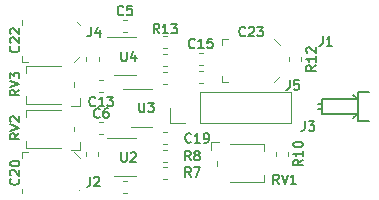
<source format=gto>
G04 #@! TF.GenerationSoftware,KiCad,Pcbnew,5.1.5+dfsg1-2build2*
G04 #@! TF.CreationDate,2021-01-13T09:20:08+02:00*
G04 #@! TF.ProjectId,differential-tweezer,64696666-6572-4656-9e74-69616c2d7477,rev?*
G04 #@! TF.SameCoordinates,Original*
G04 #@! TF.FileFunction,Legend,Top*
G04 #@! TF.FilePolarity,Positive*
%FSLAX46Y46*%
G04 Gerber Fmt 4.6, Leading zero omitted, Abs format (unit mm)*
G04 Created by KiCad (PCBNEW 5.1.5+dfsg1-2build2) date 2021-01-13 09:20:08*
%MOMM*%
%LPD*%
G04 APERTURE LIST*
%ADD10C,0.120000*%
%ADD11C,0.150000*%
%ADD12C,0.160000*%
%ADD13C,0.100000*%
%ADD14C,2.700000*%
%ADD15C,0.350000*%
%ADD16C,1.000000*%
%ADD17R,0.950000X1.100000*%
%ADD18O,3.100000X1.600000*%
%ADD19C,1.600000*%
%ADD20O,1.800000X1.800000*%
%ADD21C,1.800000*%
%ADD22R,1.600000X1.700000*%
%ADD23R,1.300000X1.300000*%
%ADD24R,1.160000X0.750000*%
G04 APERTURE END LIST*
D10*
X25250000Y-11300000D02*
X25250000Y-11800000D01*
X25250000Y-11300000D02*
X25750000Y-11300000D01*
X25250000Y-14900000D02*
X25250000Y-14400000D01*
X25250000Y-14900000D02*
X25750000Y-14900000D01*
X30150000Y-11800000D02*
X29650000Y-11300000D01*
X30150000Y-14400000D02*
X29650000Y-14900000D01*
D11*
X36700000Y-17600000D02*
X36300000Y-18000000D01*
X36700000Y-16400000D02*
X36300000Y-16000000D01*
X34500000Y-16400000D02*
X36700000Y-16400000D01*
X36700000Y-15800000D02*
X37700000Y-15800000D01*
X36700000Y-17600000D02*
X36700000Y-15800000D01*
X36700000Y-18200000D02*
X37700000Y-18200000D01*
X36700000Y-17600000D02*
X36700000Y-18200000D01*
X34500000Y-17600000D02*
X36700000Y-17600000D01*
X33300000Y-17200000D02*
X33700000Y-17200000D01*
X33700000Y-16800000D02*
X33300000Y-16800000D01*
X33700000Y-17600000D02*
X34500000Y-17600000D01*
X33700000Y-16400000D02*
X34500000Y-16400000D01*
X33700000Y-17600000D02*
X33700000Y-16400000D01*
D10*
X20770000Y-18430000D02*
X20770000Y-17100000D01*
X22100000Y-18430000D02*
X20770000Y-18430000D01*
X23370000Y-18430000D02*
X23370000Y-15770000D01*
X23370000Y-15770000D02*
X31050000Y-15770000D01*
X23370000Y-18430000D02*
X31050000Y-18430000D01*
X31050000Y-18430000D02*
X31050000Y-15770000D01*
X13150000Y-16950000D02*
X13150000Y-16250000D01*
X12450000Y-16950000D02*
X13150000Y-16950000D01*
X8650000Y-13550000D02*
X8650000Y-14150000D01*
X11550000Y-13550000D02*
X8650000Y-13550000D01*
X8650000Y-16750000D02*
X8650000Y-16150000D01*
X11550000Y-16750000D02*
X8650000Y-16750000D01*
X12650000Y-15350000D02*
X12650000Y-14950000D01*
X13150000Y-20700000D02*
X13150000Y-20000000D01*
X12450000Y-20700000D02*
X13150000Y-20700000D01*
X8650000Y-17300000D02*
X8650000Y-17900000D01*
X11550000Y-17300000D02*
X8650000Y-17300000D01*
X8650000Y-20500000D02*
X8650000Y-19900000D01*
X11550000Y-20500000D02*
X8650000Y-20500000D01*
X12650000Y-19100000D02*
X12650000Y-18700000D01*
X24300000Y-20000000D02*
X24300000Y-20700000D01*
X25000000Y-20000000D02*
X24300000Y-20000000D01*
X28800000Y-23400000D02*
X28800000Y-22800000D01*
X25900000Y-23400000D02*
X28800000Y-23400000D01*
X28800000Y-20200000D02*
X28800000Y-20800000D01*
X25900000Y-20200000D02*
X28800000Y-20200000D01*
X24800000Y-21600000D02*
X24800000Y-22000000D01*
X17900000Y-11090000D02*
X15450000Y-11090000D01*
X16100000Y-14310000D02*
X17900000Y-14310000D01*
X19300000Y-15490000D02*
X16850000Y-15490000D01*
X17500000Y-18710000D02*
X19300000Y-18710000D01*
X17900000Y-19690000D02*
X15450000Y-19690000D01*
X16100000Y-22910000D02*
X17900000Y-22910000D01*
X13740000Y-12837221D02*
X13740000Y-13162779D01*
X14760000Y-12837221D02*
X14760000Y-13162779D01*
X20562779Y-12540000D02*
X20237221Y-12540000D01*
X20562779Y-13560000D02*
X20237221Y-13560000D01*
X20237221Y-12060000D02*
X20562779Y-12060000D01*
X20237221Y-11040000D02*
X20562779Y-11040000D01*
X31910000Y-13162779D02*
X31910000Y-12837221D01*
X30890000Y-13162779D02*
X30890000Y-12837221D01*
X30810000Y-21162779D02*
X30810000Y-20837221D01*
X29790000Y-21162779D02*
X29790000Y-20837221D01*
X14710000Y-21162779D02*
X14710000Y-20837221D01*
X13690000Y-21162779D02*
X13690000Y-20837221D01*
X20237221Y-21660000D02*
X20562779Y-21660000D01*
X20237221Y-20640000D02*
X20562779Y-20640000D01*
X20237221Y-23160000D02*
X20562779Y-23160000D01*
X20237221Y-22140000D02*
X20562779Y-22140000D01*
X8300000Y-9600000D02*
X8300000Y-10100000D01*
X8300000Y-9600000D02*
X8800000Y-9600000D01*
X8300000Y-13200000D02*
X8300000Y-12700000D01*
X8300000Y-13200000D02*
X8800000Y-13200000D01*
X13200000Y-10100000D02*
X12700000Y-9600000D01*
X13200000Y-12700000D02*
X12700000Y-13200000D01*
X20237221Y-15060000D02*
X20562779Y-15060000D01*
X20237221Y-14040000D02*
X20562779Y-14040000D01*
X8300000Y-20850000D02*
X8300000Y-21350000D01*
X8300000Y-20850000D02*
X8800000Y-20850000D01*
X8300000Y-24450000D02*
X8300000Y-23950000D01*
X8300000Y-24450000D02*
X8800000Y-24450000D01*
X13200000Y-21350000D02*
X12700000Y-20850000D01*
X13200000Y-23950000D02*
X12700000Y-24450000D01*
X20562779Y-19140000D02*
X20237221Y-19140000D01*
X20562779Y-20160000D02*
X20237221Y-20160000D01*
X23562779Y-12490000D02*
X23237221Y-12490000D01*
X23562779Y-13510000D02*
X23237221Y-13510000D01*
X17162779Y-23290000D02*
X16837221Y-23290000D01*
X17162779Y-24310000D02*
X16837221Y-24310000D01*
X14837221Y-15810000D02*
X15162779Y-15810000D01*
X14837221Y-14790000D02*
X15162779Y-14790000D01*
X23237221Y-15010000D02*
X23562779Y-15010000D01*
X23237221Y-13990000D02*
X23562779Y-13990000D01*
X15162779Y-18290000D02*
X14837221Y-18290000D01*
X15162779Y-19310000D02*
X14837221Y-19310000D01*
X17162779Y-9690000D02*
X16837221Y-9690000D01*
X17162779Y-10710000D02*
X16837221Y-10710000D01*
D12*
X14148005Y-10253304D02*
X14129059Y-10824418D01*
X14087195Y-10937378D01*
X14008521Y-11011000D01*
X13893035Y-11045286D01*
X13816886Y-11042759D01*
X14862575Y-10543822D02*
X14844892Y-11076862D01*
X14682308Y-10232912D02*
X14472990Y-10797711D01*
X14967956Y-10814131D01*
X14018954Y-22970987D02*
X14037900Y-23542101D01*
X14003615Y-23657587D01*
X13929993Y-23736262D01*
X13817033Y-23778125D01*
X13740884Y-23780651D01*
X14364149Y-23035768D02*
X14400960Y-22996430D01*
X14475846Y-22955830D01*
X14666217Y-22949515D01*
X14743629Y-22985063D01*
X14782966Y-23021874D01*
X14823567Y-23096760D01*
X14826093Y-23172908D01*
X14791808Y-23288394D01*
X14350073Y-23760442D01*
X14845039Y-23744023D01*
X27185714Y-10985714D02*
X27147619Y-11023809D01*
X27033333Y-11061904D01*
X26957142Y-11061904D01*
X26842857Y-11023809D01*
X26766666Y-10947619D01*
X26728571Y-10871428D01*
X26690476Y-10719047D01*
X26690476Y-10604761D01*
X26728571Y-10452380D01*
X26766666Y-10376190D01*
X26842857Y-10300000D01*
X26957142Y-10261904D01*
X27033333Y-10261904D01*
X27147619Y-10300000D01*
X27185714Y-10338095D01*
X27490476Y-10338095D02*
X27528571Y-10300000D01*
X27604761Y-10261904D01*
X27795238Y-10261904D01*
X27871428Y-10300000D01*
X27909523Y-10338095D01*
X27947619Y-10414285D01*
X27947619Y-10490476D01*
X27909523Y-10604761D01*
X27452380Y-11061904D01*
X27947619Y-11061904D01*
X28214285Y-10261904D02*
X28709523Y-10261904D01*
X28442857Y-10566666D01*
X28557142Y-10566666D01*
X28633333Y-10604761D01*
X28671428Y-10642857D01*
X28709523Y-10719047D01*
X28709523Y-10909523D01*
X28671428Y-10985714D01*
X28633333Y-11023809D01*
X28557142Y-11061904D01*
X28328571Y-11061904D01*
X28252380Y-11023809D01*
X28214285Y-10985714D01*
X32233333Y-18261904D02*
X32233333Y-18833333D01*
X32195238Y-18947619D01*
X32119047Y-19023809D01*
X32004761Y-19061904D01*
X31928571Y-19061904D01*
X32538095Y-18261904D02*
X33033333Y-18261904D01*
X32766666Y-18566666D01*
X32880952Y-18566666D01*
X32957142Y-18604761D01*
X32995238Y-18642857D01*
X33033333Y-18719047D01*
X33033333Y-18909523D01*
X32995238Y-18985714D01*
X32957142Y-19023809D01*
X32880952Y-19061904D01*
X32652380Y-19061904D01*
X32576190Y-19023809D01*
X32538095Y-18985714D01*
X33733333Y-11061904D02*
X33733333Y-11633333D01*
X33695238Y-11747619D01*
X33619047Y-11823809D01*
X33504761Y-11861904D01*
X33428571Y-11861904D01*
X34533333Y-11861904D02*
X34076190Y-11861904D01*
X34304761Y-11861904D02*
X34304761Y-11061904D01*
X34228571Y-11176190D01*
X34152380Y-11252380D01*
X34076190Y-11290476D01*
X30933333Y-14761904D02*
X30933333Y-15333333D01*
X30895238Y-15447619D01*
X30819047Y-15523809D01*
X30704761Y-15561904D01*
X30628571Y-15561904D01*
X31695238Y-14761904D02*
X31314285Y-14761904D01*
X31276190Y-15142857D01*
X31314285Y-15104761D01*
X31390476Y-15066666D01*
X31580952Y-15066666D01*
X31657142Y-15104761D01*
X31695238Y-15142857D01*
X31733333Y-15219047D01*
X31733333Y-15409523D01*
X31695238Y-15485714D01*
X31657142Y-15523809D01*
X31580952Y-15561904D01*
X31390476Y-15561904D01*
X31314285Y-15523809D01*
X31276190Y-15485714D01*
X8061904Y-15576190D02*
X7680952Y-15842857D01*
X8061904Y-16033333D02*
X7261904Y-16033333D01*
X7261904Y-15728571D01*
X7300000Y-15652380D01*
X7338095Y-15614285D01*
X7414285Y-15576190D01*
X7528571Y-15576190D01*
X7604761Y-15614285D01*
X7642857Y-15652380D01*
X7680952Y-15728571D01*
X7680952Y-16033333D01*
X7261904Y-15347619D02*
X8061904Y-15080952D01*
X7261904Y-14814285D01*
X7261904Y-14623809D02*
X7261904Y-14128571D01*
X7566666Y-14395238D01*
X7566666Y-14280952D01*
X7604761Y-14204761D01*
X7642857Y-14166666D01*
X7719047Y-14128571D01*
X7909523Y-14128571D01*
X7985714Y-14166666D01*
X8023809Y-14204761D01*
X8061904Y-14280952D01*
X8061904Y-14509523D01*
X8023809Y-14585714D01*
X7985714Y-14623809D01*
X8061904Y-19276190D02*
X7680952Y-19542857D01*
X8061904Y-19733333D02*
X7261904Y-19733333D01*
X7261904Y-19428571D01*
X7300000Y-19352380D01*
X7338095Y-19314285D01*
X7414285Y-19276190D01*
X7528571Y-19276190D01*
X7604761Y-19314285D01*
X7642857Y-19352380D01*
X7680952Y-19428571D01*
X7680952Y-19733333D01*
X7261904Y-19047619D02*
X8061904Y-18780952D01*
X7261904Y-18514285D01*
X7338095Y-18285714D02*
X7300000Y-18247619D01*
X7261904Y-18171428D01*
X7261904Y-17980952D01*
X7300000Y-17904761D01*
X7338095Y-17866666D01*
X7414285Y-17828571D01*
X7490476Y-17828571D01*
X7604761Y-17866666D01*
X8061904Y-18323809D01*
X8061904Y-17828571D01*
X30023809Y-23561904D02*
X29757142Y-23180952D01*
X29566666Y-23561904D02*
X29566666Y-22761904D01*
X29871428Y-22761904D01*
X29947619Y-22800000D01*
X29985714Y-22838095D01*
X30023809Y-22914285D01*
X30023809Y-23028571D01*
X29985714Y-23104761D01*
X29947619Y-23142857D01*
X29871428Y-23180952D01*
X29566666Y-23180952D01*
X30252380Y-22761904D02*
X30519047Y-23561904D01*
X30785714Y-22761904D01*
X31471428Y-23561904D02*
X31014285Y-23561904D01*
X31242857Y-23561904D02*
X31242857Y-22761904D01*
X31166666Y-22876190D01*
X31090476Y-22952380D01*
X31014285Y-22990476D01*
X16690476Y-12361904D02*
X16690476Y-13009523D01*
X16728571Y-13085714D01*
X16766666Y-13123809D01*
X16842857Y-13161904D01*
X16995238Y-13161904D01*
X17071428Y-13123809D01*
X17109523Y-13085714D01*
X17147619Y-13009523D01*
X17147619Y-12361904D01*
X17871428Y-12628571D02*
X17871428Y-13161904D01*
X17680952Y-12323809D02*
X17490476Y-12895238D01*
X17985714Y-12895238D01*
X18190476Y-16661904D02*
X18190476Y-17309523D01*
X18228571Y-17385714D01*
X18266666Y-17423809D01*
X18342857Y-17461904D01*
X18495238Y-17461904D01*
X18571428Y-17423809D01*
X18609523Y-17385714D01*
X18647619Y-17309523D01*
X18647619Y-16661904D01*
X18952380Y-16661904D02*
X19447619Y-16661904D01*
X19180952Y-16966666D01*
X19295238Y-16966666D01*
X19371428Y-17004761D01*
X19409523Y-17042857D01*
X19447619Y-17119047D01*
X19447619Y-17309523D01*
X19409523Y-17385714D01*
X19371428Y-17423809D01*
X19295238Y-17461904D01*
X19066666Y-17461904D01*
X18990476Y-17423809D01*
X18952380Y-17385714D01*
X16690476Y-20861904D02*
X16690476Y-21509523D01*
X16728571Y-21585714D01*
X16766666Y-21623809D01*
X16842857Y-21661904D01*
X16995238Y-21661904D01*
X17071428Y-21623809D01*
X17109523Y-21585714D01*
X17147619Y-21509523D01*
X17147619Y-20861904D01*
X17490476Y-20938095D02*
X17528571Y-20900000D01*
X17604761Y-20861904D01*
X17795238Y-20861904D01*
X17871428Y-20900000D01*
X17909523Y-20938095D01*
X17947619Y-21014285D01*
X17947619Y-21090476D01*
X17909523Y-21204761D01*
X17452380Y-21661904D01*
X17947619Y-21661904D01*
X19885714Y-10811904D02*
X19619047Y-10430952D01*
X19428571Y-10811904D02*
X19428571Y-10011904D01*
X19733333Y-10011904D01*
X19809523Y-10050000D01*
X19847619Y-10088095D01*
X19885714Y-10164285D01*
X19885714Y-10278571D01*
X19847619Y-10354761D01*
X19809523Y-10392857D01*
X19733333Y-10430952D01*
X19428571Y-10430952D01*
X20647619Y-10811904D02*
X20190476Y-10811904D01*
X20419047Y-10811904D02*
X20419047Y-10011904D01*
X20342857Y-10126190D01*
X20266666Y-10202380D01*
X20190476Y-10240476D01*
X20914285Y-10011904D02*
X21409523Y-10011904D01*
X21142857Y-10316666D01*
X21257142Y-10316666D01*
X21333333Y-10354761D01*
X21371428Y-10392857D01*
X21409523Y-10469047D01*
X21409523Y-10659523D01*
X21371428Y-10735714D01*
X21333333Y-10773809D01*
X21257142Y-10811904D01*
X21028571Y-10811904D01*
X20952380Y-10773809D01*
X20914285Y-10735714D01*
X33161904Y-13514285D02*
X32780952Y-13780952D01*
X33161904Y-13971428D02*
X32361904Y-13971428D01*
X32361904Y-13666666D01*
X32400000Y-13590476D01*
X32438095Y-13552380D01*
X32514285Y-13514285D01*
X32628571Y-13514285D01*
X32704761Y-13552380D01*
X32742857Y-13590476D01*
X32780952Y-13666666D01*
X32780952Y-13971428D01*
X33161904Y-12752380D02*
X33161904Y-13209523D01*
X33161904Y-12980952D02*
X32361904Y-12980952D01*
X32476190Y-13057142D01*
X32552380Y-13133333D01*
X32590476Y-13209523D01*
X32438095Y-12447619D02*
X32400000Y-12409523D01*
X32361904Y-12333333D01*
X32361904Y-12142857D01*
X32400000Y-12066666D01*
X32438095Y-12028571D01*
X32514285Y-11990476D01*
X32590476Y-11990476D01*
X32704761Y-12028571D01*
X33161904Y-12485714D01*
X33161904Y-11990476D01*
X32061904Y-21514285D02*
X31680952Y-21780952D01*
X32061904Y-21971428D02*
X31261904Y-21971428D01*
X31261904Y-21666666D01*
X31300000Y-21590476D01*
X31338095Y-21552380D01*
X31414285Y-21514285D01*
X31528571Y-21514285D01*
X31604761Y-21552380D01*
X31642857Y-21590476D01*
X31680952Y-21666666D01*
X31680952Y-21971428D01*
X32061904Y-20752380D02*
X32061904Y-21209523D01*
X32061904Y-20980952D02*
X31261904Y-20980952D01*
X31376190Y-21057142D01*
X31452380Y-21133333D01*
X31490476Y-21209523D01*
X31261904Y-20257142D02*
X31261904Y-20180952D01*
X31300000Y-20104761D01*
X31338095Y-20066666D01*
X31414285Y-20028571D01*
X31566666Y-19990476D01*
X31757142Y-19990476D01*
X31909523Y-20028571D01*
X31985714Y-20066666D01*
X32023809Y-20104761D01*
X32061904Y-20180952D01*
X32061904Y-20257142D01*
X32023809Y-20333333D01*
X31985714Y-20371428D01*
X31909523Y-20409523D01*
X31757142Y-20447619D01*
X31566666Y-20447619D01*
X31414285Y-20409523D01*
X31338095Y-20371428D01*
X31300000Y-20333333D01*
X31261904Y-20257142D01*
X22566666Y-21561904D02*
X22300000Y-21180952D01*
X22109523Y-21561904D02*
X22109523Y-20761904D01*
X22414285Y-20761904D01*
X22490476Y-20800000D01*
X22528571Y-20838095D01*
X22566666Y-20914285D01*
X22566666Y-21028571D01*
X22528571Y-21104761D01*
X22490476Y-21142857D01*
X22414285Y-21180952D01*
X22109523Y-21180952D01*
X23023809Y-21104761D02*
X22947619Y-21066666D01*
X22909523Y-21028571D01*
X22871428Y-20952380D01*
X22871428Y-20914285D01*
X22909523Y-20838095D01*
X22947619Y-20800000D01*
X23023809Y-20761904D01*
X23176190Y-20761904D01*
X23252380Y-20800000D01*
X23290476Y-20838095D01*
X23328571Y-20914285D01*
X23328571Y-20952380D01*
X23290476Y-21028571D01*
X23252380Y-21066666D01*
X23176190Y-21104761D01*
X23023809Y-21104761D01*
X22947619Y-21142857D01*
X22909523Y-21180952D01*
X22871428Y-21257142D01*
X22871428Y-21409523D01*
X22909523Y-21485714D01*
X22947619Y-21523809D01*
X23023809Y-21561904D01*
X23176190Y-21561904D01*
X23252380Y-21523809D01*
X23290476Y-21485714D01*
X23328571Y-21409523D01*
X23328571Y-21257142D01*
X23290476Y-21180952D01*
X23252380Y-21142857D01*
X23176190Y-21104761D01*
X22566666Y-22961904D02*
X22300000Y-22580952D01*
X22109523Y-22961904D02*
X22109523Y-22161904D01*
X22414285Y-22161904D01*
X22490476Y-22200000D01*
X22528571Y-22238095D01*
X22566666Y-22314285D01*
X22566666Y-22428571D01*
X22528571Y-22504761D01*
X22490476Y-22542857D01*
X22414285Y-22580952D01*
X22109523Y-22580952D01*
X22833333Y-22161904D02*
X23366666Y-22161904D01*
X23023809Y-22961904D01*
X7985714Y-11914285D02*
X8023809Y-11952380D01*
X8061904Y-12066666D01*
X8061904Y-12142857D01*
X8023809Y-12257142D01*
X7947619Y-12333333D01*
X7871428Y-12371428D01*
X7719047Y-12409523D01*
X7604761Y-12409523D01*
X7452380Y-12371428D01*
X7376190Y-12333333D01*
X7300000Y-12257142D01*
X7261904Y-12142857D01*
X7261904Y-12066666D01*
X7300000Y-11952380D01*
X7338095Y-11914285D01*
X7338095Y-11609523D02*
X7300000Y-11571428D01*
X7261904Y-11495238D01*
X7261904Y-11304761D01*
X7300000Y-11228571D01*
X7338095Y-11190476D01*
X7414285Y-11152380D01*
X7490476Y-11152380D01*
X7604761Y-11190476D01*
X8061904Y-11647619D01*
X8061904Y-11152380D01*
X7338095Y-10847619D02*
X7300000Y-10809523D01*
X7261904Y-10733333D01*
X7261904Y-10542857D01*
X7300000Y-10466666D01*
X7338095Y-10428571D01*
X7414285Y-10390476D01*
X7490476Y-10390476D01*
X7604761Y-10428571D01*
X8061904Y-10885714D01*
X8061904Y-10390476D01*
X7985714Y-23114285D02*
X8023809Y-23152380D01*
X8061904Y-23266666D01*
X8061904Y-23342857D01*
X8023809Y-23457142D01*
X7947619Y-23533333D01*
X7871428Y-23571428D01*
X7719047Y-23609523D01*
X7604761Y-23609523D01*
X7452380Y-23571428D01*
X7376190Y-23533333D01*
X7300000Y-23457142D01*
X7261904Y-23342857D01*
X7261904Y-23266666D01*
X7300000Y-23152380D01*
X7338095Y-23114285D01*
X7338095Y-22809523D02*
X7300000Y-22771428D01*
X7261904Y-22695238D01*
X7261904Y-22504761D01*
X7300000Y-22428571D01*
X7338095Y-22390476D01*
X7414285Y-22352380D01*
X7490476Y-22352380D01*
X7604761Y-22390476D01*
X8061904Y-22847619D01*
X8061904Y-22352380D01*
X7261904Y-21857142D02*
X7261904Y-21780952D01*
X7300000Y-21704761D01*
X7338095Y-21666666D01*
X7414285Y-21628571D01*
X7566666Y-21590476D01*
X7757142Y-21590476D01*
X7909523Y-21628571D01*
X7985714Y-21666666D01*
X8023809Y-21704761D01*
X8061904Y-21780952D01*
X8061904Y-21857142D01*
X8023809Y-21933333D01*
X7985714Y-21971428D01*
X7909523Y-22009523D01*
X7757142Y-22047619D01*
X7566666Y-22047619D01*
X7414285Y-22009523D01*
X7338095Y-21971428D01*
X7300000Y-21933333D01*
X7261904Y-21857142D01*
X22585714Y-19985714D02*
X22547619Y-20023809D01*
X22433333Y-20061904D01*
X22357142Y-20061904D01*
X22242857Y-20023809D01*
X22166666Y-19947619D01*
X22128571Y-19871428D01*
X22090476Y-19719047D01*
X22090476Y-19604761D01*
X22128571Y-19452380D01*
X22166666Y-19376190D01*
X22242857Y-19300000D01*
X22357142Y-19261904D01*
X22433333Y-19261904D01*
X22547619Y-19300000D01*
X22585714Y-19338095D01*
X23347619Y-20061904D02*
X22890476Y-20061904D01*
X23119047Y-20061904D02*
X23119047Y-19261904D01*
X23042857Y-19376190D01*
X22966666Y-19452380D01*
X22890476Y-19490476D01*
X23728571Y-20061904D02*
X23880952Y-20061904D01*
X23957142Y-20023809D01*
X23995238Y-19985714D01*
X24071428Y-19871428D01*
X24109523Y-19719047D01*
X24109523Y-19414285D01*
X24071428Y-19338095D01*
X24033333Y-19300000D01*
X23957142Y-19261904D01*
X23804761Y-19261904D01*
X23728571Y-19300000D01*
X23690476Y-19338095D01*
X23652380Y-19414285D01*
X23652380Y-19604761D01*
X23690476Y-19680952D01*
X23728571Y-19719047D01*
X23804761Y-19757142D01*
X23957142Y-19757142D01*
X24033333Y-19719047D01*
X24071428Y-19680952D01*
X24109523Y-19604761D01*
X22885714Y-11985714D02*
X22847619Y-12023809D01*
X22733333Y-12061904D01*
X22657142Y-12061904D01*
X22542857Y-12023809D01*
X22466666Y-11947619D01*
X22428571Y-11871428D01*
X22390476Y-11719047D01*
X22390476Y-11604761D01*
X22428571Y-11452380D01*
X22466666Y-11376190D01*
X22542857Y-11300000D01*
X22657142Y-11261904D01*
X22733333Y-11261904D01*
X22847619Y-11300000D01*
X22885714Y-11338095D01*
X23647619Y-12061904D02*
X23190476Y-12061904D01*
X23419047Y-12061904D02*
X23419047Y-11261904D01*
X23342857Y-11376190D01*
X23266666Y-11452380D01*
X23190476Y-11490476D01*
X24371428Y-11261904D02*
X23990476Y-11261904D01*
X23952380Y-11642857D01*
X23990476Y-11604761D01*
X24066666Y-11566666D01*
X24257142Y-11566666D01*
X24333333Y-11604761D01*
X24371428Y-11642857D01*
X24409523Y-11719047D01*
X24409523Y-11909523D01*
X24371428Y-11985714D01*
X24333333Y-12023809D01*
X24257142Y-12061904D01*
X24066666Y-12061904D01*
X23990476Y-12023809D01*
X23952380Y-11985714D01*
X14485714Y-16885714D02*
X14447619Y-16923809D01*
X14333333Y-16961904D01*
X14257142Y-16961904D01*
X14142857Y-16923809D01*
X14066666Y-16847619D01*
X14028571Y-16771428D01*
X13990476Y-16619047D01*
X13990476Y-16504761D01*
X14028571Y-16352380D01*
X14066666Y-16276190D01*
X14142857Y-16200000D01*
X14257142Y-16161904D01*
X14333333Y-16161904D01*
X14447619Y-16200000D01*
X14485714Y-16238095D01*
X15247619Y-16961904D02*
X14790476Y-16961904D01*
X15019047Y-16961904D02*
X15019047Y-16161904D01*
X14942857Y-16276190D01*
X14866666Y-16352380D01*
X14790476Y-16390476D01*
X15514285Y-16161904D02*
X16009523Y-16161904D01*
X15742857Y-16466666D01*
X15857142Y-16466666D01*
X15933333Y-16504761D01*
X15971428Y-16542857D01*
X16009523Y-16619047D01*
X16009523Y-16809523D01*
X15971428Y-16885714D01*
X15933333Y-16923809D01*
X15857142Y-16961904D01*
X15628571Y-16961904D01*
X15552380Y-16923809D01*
X15514285Y-16885714D01*
X14866666Y-17885714D02*
X14828571Y-17923809D01*
X14714285Y-17961904D01*
X14638095Y-17961904D01*
X14523809Y-17923809D01*
X14447619Y-17847619D01*
X14409523Y-17771428D01*
X14371428Y-17619047D01*
X14371428Y-17504761D01*
X14409523Y-17352380D01*
X14447619Y-17276190D01*
X14523809Y-17200000D01*
X14638095Y-17161904D01*
X14714285Y-17161904D01*
X14828571Y-17200000D01*
X14866666Y-17238095D01*
X15552380Y-17161904D02*
X15400000Y-17161904D01*
X15323809Y-17200000D01*
X15285714Y-17238095D01*
X15209523Y-17352380D01*
X15171428Y-17504761D01*
X15171428Y-17809523D01*
X15209523Y-17885714D01*
X15247619Y-17923809D01*
X15323809Y-17961904D01*
X15476190Y-17961904D01*
X15552380Y-17923809D01*
X15590476Y-17885714D01*
X15628571Y-17809523D01*
X15628571Y-17619047D01*
X15590476Y-17542857D01*
X15552380Y-17504761D01*
X15476190Y-17466666D01*
X15323809Y-17466666D01*
X15247619Y-17504761D01*
X15209523Y-17542857D01*
X15171428Y-17619047D01*
X16866666Y-9185714D02*
X16828571Y-9223809D01*
X16714285Y-9261904D01*
X16638095Y-9261904D01*
X16523809Y-9223809D01*
X16447619Y-9147619D01*
X16409523Y-9071428D01*
X16371428Y-8919047D01*
X16371428Y-8804761D01*
X16409523Y-8652380D01*
X16447619Y-8576190D01*
X16523809Y-8500000D01*
X16638095Y-8461904D01*
X16714285Y-8461904D01*
X16828571Y-8500000D01*
X16866666Y-8538095D01*
X17590476Y-8461904D02*
X17209523Y-8461904D01*
X17171428Y-8842857D01*
X17209523Y-8804761D01*
X17285714Y-8766666D01*
X17476190Y-8766666D01*
X17552380Y-8804761D01*
X17590476Y-8842857D01*
X17628571Y-8919047D01*
X17628571Y-9109523D01*
X17590476Y-9185714D01*
X17552380Y-9223809D01*
X17476190Y-9261904D01*
X17285714Y-9261904D01*
X17209523Y-9223809D01*
X17171428Y-9185714D01*
%LPC*%
D13*
G36*
X16450000Y-5800000D02*
G01*
X16350000Y-7950000D01*
X11450000Y-7800000D01*
X11550000Y-5600000D01*
X16450000Y-5800000D01*
G37*
X16450000Y-5800000D02*
X16350000Y-7950000D01*
X11450000Y-7800000D01*
X11550000Y-5600000D01*
X16450000Y-5800000D01*
G36*
X16450000Y-28200000D02*
G01*
X11550000Y-28400000D01*
X11450000Y-26200000D01*
X16350000Y-26050000D01*
X16450000Y-28200000D01*
G37*
X16450000Y-28200000D02*
X11550000Y-28400000D01*
X11450000Y-26200000D01*
X16350000Y-26050000D01*
X16450000Y-28200000D01*
G36*
X38100000Y-6500000D02*
G01*
X38500000Y-6600000D01*
X38800000Y-6900000D01*
X39000000Y-7200000D01*
X39000000Y-7700000D01*
X38800000Y-8100000D01*
X38500000Y-8400000D01*
X38100000Y-8500000D01*
X34900000Y-8400000D01*
X34600000Y-8600000D01*
X34500000Y-8900000D01*
X34600000Y-9200000D01*
X34900000Y-9400000D01*
X38200000Y-9500000D01*
X38600000Y-9700000D01*
X38900000Y-10000000D01*
X39000000Y-10300000D01*
X39000000Y-10600000D01*
X34000000Y-10500000D01*
X34100000Y-6400000D01*
X38100000Y-6500000D01*
G37*
X38100000Y-6500000D02*
X38500000Y-6600000D01*
X38800000Y-6900000D01*
X39000000Y-7200000D01*
X39000000Y-7700000D01*
X38800000Y-8100000D01*
X38500000Y-8400000D01*
X38100000Y-8500000D01*
X34900000Y-8400000D01*
X34600000Y-8600000D01*
X34500000Y-8900000D01*
X34600000Y-9200000D01*
X34900000Y-9400000D01*
X38200000Y-9500000D01*
X38600000Y-9700000D01*
X38900000Y-10000000D01*
X39000000Y-10300000D01*
X39000000Y-10600000D01*
X34000000Y-10500000D01*
X34100000Y-6400000D01*
X38100000Y-6500000D01*
G36*
X39000000Y-23700000D02*
G01*
X38900000Y-24000000D01*
X38600000Y-24300000D01*
X38200000Y-24500000D01*
X34900000Y-24600000D01*
X34600000Y-24800000D01*
X34500000Y-25100000D01*
X34600000Y-25400000D01*
X34900000Y-25600000D01*
X38100000Y-25500000D01*
X38500000Y-25600000D01*
X38800000Y-25900000D01*
X39000000Y-26300000D01*
X39000000Y-26800000D01*
X38800000Y-27100000D01*
X38500000Y-27400000D01*
X38100000Y-27500000D01*
X34100000Y-27600000D01*
X34000000Y-23500000D01*
X39000000Y-23400000D01*
X39000000Y-23700000D01*
G37*
X39000000Y-23700000D02*
X38900000Y-24000000D01*
X38600000Y-24300000D01*
X38200000Y-24500000D01*
X34900000Y-24600000D01*
X34600000Y-24800000D01*
X34500000Y-25100000D01*
X34600000Y-25400000D01*
X34900000Y-25600000D01*
X38100000Y-25500000D01*
X38500000Y-25600000D01*
X38800000Y-25900000D01*
X39000000Y-26300000D01*
X39000000Y-26800000D01*
X38800000Y-27100000D01*
X38500000Y-27400000D01*
X38100000Y-27500000D01*
X34100000Y-27600000D01*
X34000000Y-23500000D01*
X39000000Y-23400000D01*
X39000000Y-23700000D01*
G36*
X11800000Y-5600000D02*
G01*
X11600000Y-9700000D01*
X7000000Y-9600000D01*
X7100000Y-9100000D01*
X7400000Y-8700000D01*
X8000000Y-8500000D01*
X11100000Y-8600000D01*
X11400000Y-8400000D01*
X11400000Y-8100000D01*
X11300000Y-7700000D01*
X10800000Y-7600000D01*
X7900000Y-7500000D01*
X7400000Y-7300000D01*
X7100000Y-7000000D01*
X7000000Y-6400000D01*
X7300000Y-5800000D01*
X7900000Y-5500000D01*
X11800000Y-5600000D01*
G37*
X11800000Y-5600000D02*
X11600000Y-9700000D01*
X7000000Y-9600000D01*
X7100000Y-9100000D01*
X7400000Y-8700000D01*
X8000000Y-8500000D01*
X11100000Y-8600000D01*
X11400000Y-8400000D01*
X11400000Y-8100000D01*
X11300000Y-7700000D01*
X10800000Y-7600000D01*
X7900000Y-7500000D01*
X7400000Y-7300000D01*
X7100000Y-7000000D01*
X7000000Y-6400000D01*
X7300000Y-5800000D01*
X7900000Y-5500000D01*
X11800000Y-5600000D01*
G36*
X11800000Y-28400000D02*
G01*
X7900000Y-28500000D01*
X7300000Y-28200000D01*
X7000000Y-27600000D01*
X7100000Y-27000000D01*
X7400000Y-26700000D01*
X7900000Y-26500000D01*
X10800000Y-26400000D01*
X11300000Y-26300000D01*
X11400000Y-25900000D01*
X11400000Y-25600000D01*
X11100000Y-25400000D01*
X8000000Y-25500000D01*
X7400000Y-25300000D01*
X7100000Y-24900000D01*
X7000000Y-24400000D01*
X11600000Y-24300000D01*
X11800000Y-28400000D01*
G37*
X11800000Y-28400000D02*
X7900000Y-28500000D01*
X7300000Y-28200000D01*
X7000000Y-27600000D01*
X7100000Y-27000000D01*
X7400000Y-26700000D01*
X7900000Y-26500000D01*
X10800000Y-26400000D01*
X11300000Y-26300000D01*
X11400000Y-25900000D01*
X11400000Y-25600000D01*
X11100000Y-25400000D01*
X8000000Y-25500000D01*
X7400000Y-25300000D01*
X7100000Y-24900000D01*
X7000000Y-24400000D01*
X11600000Y-24300000D01*
X11800000Y-28400000D01*
D14*
X21051188Y-8431946D02*
X24948812Y-8568054D01*
X21151188Y-25568054D02*
X25048812Y-25431946D01*
D15*
G36*
X12224328Y-9848170D02*
G01*
X12277376Y-8249049D01*
X15375672Y-8351830D01*
X15322624Y-9950951D01*
X12224328Y-9848170D01*
G37*
G36*
X12277376Y-25750951D02*
G01*
X12224328Y-24151830D01*
X15322624Y-24049049D01*
X15375672Y-25648170D01*
X12277376Y-25750951D01*
G37*
D16*
X33500000Y-22500000D03*
X18000000Y-7000000D03*
D17*
X25625000Y-13100000D03*
X29775000Y-13100000D03*
D18*
X35100000Y-18800000D03*
X35100000Y-15200000D03*
D19*
X32500000Y-17000000D03*
D18*
X36800000Y-12000000D03*
D20*
X29720000Y-17100000D03*
X27180000Y-17100000D03*
X24640000Y-17100000D03*
D21*
X22100000Y-17100000D03*
D22*
X9100000Y-15150000D03*
D23*
X12350000Y-14150000D03*
X12350000Y-16150000D03*
D22*
X9100000Y-18900000D03*
D23*
X12350000Y-17900000D03*
X12350000Y-19900000D03*
D22*
X28350000Y-21800000D03*
D23*
X25100000Y-22800000D03*
X25100000Y-20800000D03*
D24*
X18100000Y-11750000D03*
X18100000Y-13650000D03*
X15900000Y-13650000D03*
X15900000Y-12700000D03*
X15900000Y-11750000D03*
X19500000Y-16150000D03*
X19500000Y-18050000D03*
X17300000Y-18050000D03*
X17300000Y-17100000D03*
X17300000Y-16150000D03*
X18100000Y-20350000D03*
X18100000Y-22250000D03*
X15900000Y-22250000D03*
X15900000Y-21300000D03*
X15900000Y-20350000D03*
D15*
G36*
X14555142Y-13301174D02*
G01*
X14578803Y-13304684D01*
X14602007Y-13310496D01*
X14624529Y-13318554D01*
X14646153Y-13328782D01*
X14666670Y-13341079D01*
X14685883Y-13355329D01*
X14703607Y-13371393D01*
X14719671Y-13389117D01*
X14733921Y-13408330D01*
X14746218Y-13428847D01*
X14756446Y-13450471D01*
X14764504Y-13472993D01*
X14770316Y-13496197D01*
X14773826Y-13519858D01*
X14775000Y-13543750D01*
X14775000Y-14031250D01*
X14773826Y-14055142D01*
X14770316Y-14078803D01*
X14764504Y-14102007D01*
X14756446Y-14124529D01*
X14746218Y-14146153D01*
X14733921Y-14166670D01*
X14719671Y-14185883D01*
X14703607Y-14203607D01*
X14685883Y-14219671D01*
X14666670Y-14233921D01*
X14646153Y-14246218D01*
X14624529Y-14256446D01*
X14602007Y-14264504D01*
X14578803Y-14270316D01*
X14555142Y-14273826D01*
X14531250Y-14275000D01*
X13968750Y-14275000D01*
X13944858Y-14273826D01*
X13921197Y-14270316D01*
X13897993Y-14264504D01*
X13875471Y-14256446D01*
X13853847Y-14246218D01*
X13833330Y-14233921D01*
X13814117Y-14219671D01*
X13796393Y-14203607D01*
X13780329Y-14185883D01*
X13766079Y-14166670D01*
X13753782Y-14146153D01*
X13743554Y-14124529D01*
X13735496Y-14102007D01*
X13729684Y-14078803D01*
X13726174Y-14055142D01*
X13725000Y-14031250D01*
X13725000Y-13543750D01*
X13726174Y-13519858D01*
X13729684Y-13496197D01*
X13735496Y-13472993D01*
X13743554Y-13450471D01*
X13753782Y-13428847D01*
X13766079Y-13408330D01*
X13780329Y-13389117D01*
X13796393Y-13371393D01*
X13814117Y-13355329D01*
X13833330Y-13341079D01*
X13853847Y-13328782D01*
X13875471Y-13318554D01*
X13897993Y-13310496D01*
X13921197Y-13304684D01*
X13944858Y-13301174D01*
X13968750Y-13300000D01*
X14531250Y-13300000D01*
X14555142Y-13301174D01*
G37*
G36*
X14555142Y-11726174D02*
G01*
X14578803Y-11729684D01*
X14602007Y-11735496D01*
X14624529Y-11743554D01*
X14646153Y-11753782D01*
X14666670Y-11766079D01*
X14685883Y-11780329D01*
X14703607Y-11796393D01*
X14719671Y-11814117D01*
X14733921Y-11833330D01*
X14746218Y-11853847D01*
X14756446Y-11875471D01*
X14764504Y-11897993D01*
X14770316Y-11921197D01*
X14773826Y-11944858D01*
X14775000Y-11968750D01*
X14775000Y-12456250D01*
X14773826Y-12480142D01*
X14770316Y-12503803D01*
X14764504Y-12527007D01*
X14756446Y-12549529D01*
X14746218Y-12571153D01*
X14733921Y-12591670D01*
X14719671Y-12610883D01*
X14703607Y-12628607D01*
X14685883Y-12644671D01*
X14666670Y-12658921D01*
X14646153Y-12671218D01*
X14624529Y-12681446D01*
X14602007Y-12689504D01*
X14578803Y-12695316D01*
X14555142Y-12698826D01*
X14531250Y-12700000D01*
X13968750Y-12700000D01*
X13944858Y-12698826D01*
X13921197Y-12695316D01*
X13897993Y-12689504D01*
X13875471Y-12681446D01*
X13853847Y-12671218D01*
X13833330Y-12658921D01*
X13814117Y-12644671D01*
X13796393Y-12628607D01*
X13780329Y-12610883D01*
X13766079Y-12591670D01*
X13753782Y-12571153D01*
X13743554Y-12549529D01*
X13735496Y-12527007D01*
X13729684Y-12503803D01*
X13726174Y-12480142D01*
X13725000Y-12456250D01*
X13725000Y-11968750D01*
X13726174Y-11944858D01*
X13729684Y-11921197D01*
X13735496Y-11897993D01*
X13743554Y-11875471D01*
X13753782Y-11853847D01*
X13766079Y-11833330D01*
X13780329Y-11814117D01*
X13796393Y-11796393D01*
X13814117Y-11780329D01*
X13833330Y-11766079D01*
X13853847Y-11753782D01*
X13875471Y-11743554D01*
X13897993Y-11735496D01*
X13921197Y-11729684D01*
X13944858Y-11726174D01*
X13968750Y-11725000D01*
X14531250Y-11725000D01*
X14555142Y-11726174D01*
G37*
G36*
X19880142Y-12526174D02*
G01*
X19903803Y-12529684D01*
X19927007Y-12535496D01*
X19949529Y-12543554D01*
X19971153Y-12553782D01*
X19991670Y-12566079D01*
X20010883Y-12580329D01*
X20028607Y-12596393D01*
X20044671Y-12614117D01*
X20058921Y-12633330D01*
X20071218Y-12653847D01*
X20081446Y-12675471D01*
X20089504Y-12697993D01*
X20095316Y-12721197D01*
X20098826Y-12744858D01*
X20100000Y-12768750D01*
X20100000Y-13331250D01*
X20098826Y-13355142D01*
X20095316Y-13378803D01*
X20089504Y-13402007D01*
X20081446Y-13424529D01*
X20071218Y-13446153D01*
X20058921Y-13466670D01*
X20044671Y-13485883D01*
X20028607Y-13503607D01*
X20010883Y-13519671D01*
X19991670Y-13533921D01*
X19971153Y-13546218D01*
X19949529Y-13556446D01*
X19927007Y-13564504D01*
X19903803Y-13570316D01*
X19880142Y-13573826D01*
X19856250Y-13575000D01*
X19368750Y-13575000D01*
X19344858Y-13573826D01*
X19321197Y-13570316D01*
X19297993Y-13564504D01*
X19275471Y-13556446D01*
X19253847Y-13546218D01*
X19233330Y-13533921D01*
X19214117Y-13519671D01*
X19196393Y-13503607D01*
X19180329Y-13485883D01*
X19166079Y-13466670D01*
X19153782Y-13446153D01*
X19143554Y-13424529D01*
X19135496Y-13402007D01*
X19129684Y-13378803D01*
X19126174Y-13355142D01*
X19125000Y-13331250D01*
X19125000Y-12768750D01*
X19126174Y-12744858D01*
X19129684Y-12721197D01*
X19135496Y-12697993D01*
X19143554Y-12675471D01*
X19153782Y-12653847D01*
X19166079Y-12633330D01*
X19180329Y-12614117D01*
X19196393Y-12596393D01*
X19214117Y-12580329D01*
X19233330Y-12566079D01*
X19253847Y-12553782D01*
X19275471Y-12543554D01*
X19297993Y-12535496D01*
X19321197Y-12529684D01*
X19344858Y-12526174D01*
X19368750Y-12525000D01*
X19856250Y-12525000D01*
X19880142Y-12526174D01*
G37*
G36*
X21455142Y-12526174D02*
G01*
X21478803Y-12529684D01*
X21502007Y-12535496D01*
X21524529Y-12543554D01*
X21546153Y-12553782D01*
X21566670Y-12566079D01*
X21585883Y-12580329D01*
X21603607Y-12596393D01*
X21619671Y-12614117D01*
X21633921Y-12633330D01*
X21646218Y-12653847D01*
X21656446Y-12675471D01*
X21664504Y-12697993D01*
X21670316Y-12721197D01*
X21673826Y-12744858D01*
X21675000Y-12768750D01*
X21675000Y-13331250D01*
X21673826Y-13355142D01*
X21670316Y-13378803D01*
X21664504Y-13402007D01*
X21656446Y-13424529D01*
X21646218Y-13446153D01*
X21633921Y-13466670D01*
X21619671Y-13485883D01*
X21603607Y-13503607D01*
X21585883Y-13519671D01*
X21566670Y-13533921D01*
X21546153Y-13546218D01*
X21524529Y-13556446D01*
X21502007Y-13564504D01*
X21478803Y-13570316D01*
X21455142Y-13573826D01*
X21431250Y-13575000D01*
X20943750Y-13575000D01*
X20919858Y-13573826D01*
X20896197Y-13570316D01*
X20872993Y-13564504D01*
X20850471Y-13556446D01*
X20828847Y-13546218D01*
X20808330Y-13533921D01*
X20789117Y-13519671D01*
X20771393Y-13503607D01*
X20755329Y-13485883D01*
X20741079Y-13466670D01*
X20728782Y-13446153D01*
X20718554Y-13424529D01*
X20710496Y-13402007D01*
X20704684Y-13378803D01*
X20701174Y-13355142D01*
X20700000Y-13331250D01*
X20700000Y-12768750D01*
X20701174Y-12744858D01*
X20704684Y-12721197D01*
X20710496Y-12697993D01*
X20718554Y-12675471D01*
X20728782Y-12653847D01*
X20741079Y-12633330D01*
X20755329Y-12614117D01*
X20771393Y-12596393D01*
X20789117Y-12580329D01*
X20808330Y-12566079D01*
X20828847Y-12553782D01*
X20850471Y-12543554D01*
X20872993Y-12535496D01*
X20896197Y-12529684D01*
X20919858Y-12526174D01*
X20943750Y-12525000D01*
X21431250Y-12525000D01*
X21455142Y-12526174D01*
G37*
G36*
X21455142Y-11026174D02*
G01*
X21478803Y-11029684D01*
X21502007Y-11035496D01*
X21524529Y-11043554D01*
X21546153Y-11053782D01*
X21566670Y-11066079D01*
X21585883Y-11080329D01*
X21603607Y-11096393D01*
X21619671Y-11114117D01*
X21633921Y-11133330D01*
X21646218Y-11153847D01*
X21656446Y-11175471D01*
X21664504Y-11197993D01*
X21670316Y-11221197D01*
X21673826Y-11244858D01*
X21675000Y-11268750D01*
X21675000Y-11831250D01*
X21673826Y-11855142D01*
X21670316Y-11878803D01*
X21664504Y-11902007D01*
X21656446Y-11924529D01*
X21646218Y-11946153D01*
X21633921Y-11966670D01*
X21619671Y-11985883D01*
X21603607Y-12003607D01*
X21585883Y-12019671D01*
X21566670Y-12033921D01*
X21546153Y-12046218D01*
X21524529Y-12056446D01*
X21502007Y-12064504D01*
X21478803Y-12070316D01*
X21455142Y-12073826D01*
X21431250Y-12075000D01*
X20943750Y-12075000D01*
X20919858Y-12073826D01*
X20896197Y-12070316D01*
X20872993Y-12064504D01*
X20850471Y-12056446D01*
X20828847Y-12046218D01*
X20808330Y-12033921D01*
X20789117Y-12019671D01*
X20771393Y-12003607D01*
X20755329Y-11985883D01*
X20741079Y-11966670D01*
X20728782Y-11946153D01*
X20718554Y-11924529D01*
X20710496Y-11902007D01*
X20704684Y-11878803D01*
X20701174Y-11855142D01*
X20700000Y-11831250D01*
X20700000Y-11268750D01*
X20701174Y-11244858D01*
X20704684Y-11221197D01*
X20710496Y-11197993D01*
X20718554Y-11175471D01*
X20728782Y-11153847D01*
X20741079Y-11133330D01*
X20755329Y-11114117D01*
X20771393Y-11096393D01*
X20789117Y-11080329D01*
X20808330Y-11066079D01*
X20828847Y-11053782D01*
X20850471Y-11043554D01*
X20872993Y-11035496D01*
X20896197Y-11029684D01*
X20919858Y-11026174D01*
X20943750Y-11025000D01*
X21431250Y-11025000D01*
X21455142Y-11026174D01*
G37*
G36*
X19880142Y-11026174D02*
G01*
X19903803Y-11029684D01*
X19927007Y-11035496D01*
X19949529Y-11043554D01*
X19971153Y-11053782D01*
X19991670Y-11066079D01*
X20010883Y-11080329D01*
X20028607Y-11096393D01*
X20044671Y-11114117D01*
X20058921Y-11133330D01*
X20071218Y-11153847D01*
X20081446Y-11175471D01*
X20089504Y-11197993D01*
X20095316Y-11221197D01*
X20098826Y-11244858D01*
X20100000Y-11268750D01*
X20100000Y-11831250D01*
X20098826Y-11855142D01*
X20095316Y-11878803D01*
X20089504Y-11902007D01*
X20081446Y-11924529D01*
X20071218Y-11946153D01*
X20058921Y-11966670D01*
X20044671Y-11985883D01*
X20028607Y-12003607D01*
X20010883Y-12019671D01*
X19991670Y-12033921D01*
X19971153Y-12046218D01*
X19949529Y-12056446D01*
X19927007Y-12064504D01*
X19903803Y-12070316D01*
X19880142Y-12073826D01*
X19856250Y-12075000D01*
X19368750Y-12075000D01*
X19344858Y-12073826D01*
X19321197Y-12070316D01*
X19297993Y-12064504D01*
X19275471Y-12056446D01*
X19253847Y-12046218D01*
X19233330Y-12033921D01*
X19214117Y-12019671D01*
X19196393Y-12003607D01*
X19180329Y-11985883D01*
X19166079Y-11966670D01*
X19153782Y-11946153D01*
X19143554Y-11924529D01*
X19135496Y-11902007D01*
X19129684Y-11878803D01*
X19126174Y-11855142D01*
X19125000Y-11831250D01*
X19125000Y-11268750D01*
X19126174Y-11244858D01*
X19129684Y-11221197D01*
X19135496Y-11197993D01*
X19143554Y-11175471D01*
X19153782Y-11153847D01*
X19166079Y-11133330D01*
X19180329Y-11114117D01*
X19196393Y-11096393D01*
X19214117Y-11080329D01*
X19233330Y-11066079D01*
X19253847Y-11053782D01*
X19275471Y-11043554D01*
X19297993Y-11035496D01*
X19321197Y-11029684D01*
X19344858Y-11026174D01*
X19368750Y-11025000D01*
X19856250Y-11025000D01*
X19880142Y-11026174D01*
G37*
G36*
X31705142Y-11726174D02*
G01*
X31728803Y-11729684D01*
X31752007Y-11735496D01*
X31774529Y-11743554D01*
X31796153Y-11753782D01*
X31816670Y-11766079D01*
X31835883Y-11780329D01*
X31853607Y-11796393D01*
X31869671Y-11814117D01*
X31883921Y-11833330D01*
X31896218Y-11853847D01*
X31906446Y-11875471D01*
X31914504Y-11897993D01*
X31920316Y-11921197D01*
X31923826Y-11944858D01*
X31925000Y-11968750D01*
X31925000Y-12456250D01*
X31923826Y-12480142D01*
X31920316Y-12503803D01*
X31914504Y-12527007D01*
X31906446Y-12549529D01*
X31896218Y-12571153D01*
X31883921Y-12591670D01*
X31869671Y-12610883D01*
X31853607Y-12628607D01*
X31835883Y-12644671D01*
X31816670Y-12658921D01*
X31796153Y-12671218D01*
X31774529Y-12681446D01*
X31752007Y-12689504D01*
X31728803Y-12695316D01*
X31705142Y-12698826D01*
X31681250Y-12700000D01*
X31118750Y-12700000D01*
X31094858Y-12698826D01*
X31071197Y-12695316D01*
X31047993Y-12689504D01*
X31025471Y-12681446D01*
X31003847Y-12671218D01*
X30983330Y-12658921D01*
X30964117Y-12644671D01*
X30946393Y-12628607D01*
X30930329Y-12610883D01*
X30916079Y-12591670D01*
X30903782Y-12571153D01*
X30893554Y-12549529D01*
X30885496Y-12527007D01*
X30879684Y-12503803D01*
X30876174Y-12480142D01*
X30875000Y-12456250D01*
X30875000Y-11968750D01*
X30876174Y-11944858D01*
X30879684Y-11921197D01*
X30885496Y-11897993D01*
X30893554Y-11875471D01*
X30903782Y-11853847D01*
X30916079Y-11833330D01*
X30930329Y-11814117D01*
X30946393Y-11796393D01*
X30964117Y-11780329D01*
X30983330Y-11766079D01*
X31003847Y-11753782D01*
X31025471Y-11743554D01*
X31047993Y-11735496D01*
X31071197Y-11729684D01*
X31094858Y-11726174D01*
X31118750Y-11725000D01*
X31681250Y-11725000D01*
X31705142Y-11726174D01*
G37*
G36*
X31705142Y-13301174D02*
G01*
X31728803Y-13304684D01*
X31752007Y-13310496D01*
X31774529Y-13318554D01*
X31796153Y-13328782D01*
X31816670Y-13341079D01*
X31835883Y-13355329D01*
X31853607Y-13371393D01*
X31869671Y-13389117D01*
X31883921Y-13408330D01*
X31896218Y-13428847D01*
X31906446Y-13450471D01*
X31914504Y-13472993D01*
X31920316Y-13496197D01*
X31923826Y-13519858D01*
X31925000Y-13543750D01*
X31925000Y-14031250D01*
X31923826Y-14055142D01*
X31920316Y-14078803D01*
X31914504Y-14102007D01*
X31906446Y-14124529D01*
X31896218Y-14146153D01*
X31883921Y-14166670D01*
X31869671Y-14185883D01*
X31853607Y-14203607D01*
X31835883Y-14219671D01*
X31816670Y-14233921D01*
X31796153Y-14246218D01*
X31774529Y-14256446D01*
X31752007Y-14264504D01*
X31728803Y-14270316D01*
X31705142Y-14273826D01*
X31681250Y-14275000D01*
X31118750Y-14275000D01*
X31094858Y-14273826D01*
X31071197Y-14270316D01*
X31047993Y-14264504D01*
X31025471Y-14256446D01*
X31003847Y-14246218D01*
X30983330Y-14233921D01*
X30964117Y-14219671D01*
X30946393Y-14203607D01*
X30930329Y-14185883D01*
X30916079Y-14166670D01*
X30903782Y-14146153D01*
X30893554Y-14124529D01*
X30885496Y-14102007D01*
X30879684Y-14078803D01*
X30876174Y-14055142D01*
X30875000Y-14031250D01*
X30875000Y-13543750D01*
X30876174Y-13519858D01*
X30879684Y-13496197D01*
X30885496Y-13472993D01*
X30893554Y-13450471D01*
X30903782Y-13428847D01*
X30916079Y-13408330D01*
X30930329Y-13389117D01*
X30946393Y-13371393D01*
X30964117Y-13355329D01*
X30983330Y-13341079D01*
X31003847Y-13328782D01*
X31025471Y-13318554D01*
X31047993Y-13310496D01*
X31071197Y-13304684D01*
X31094858Y-13301174D01*
X31118750Y-13300000D01*
X31681250Y-13300000D01*
X31705142Y-13301174D01*
G37*
G36*
X30605142Y-19726174D02*
G01*
X30628803Y-19729684D01*
X30652007Y-19735496D01*
X30674529Y-19743554D01*
X30696153Y-19753782D01*
X30716670Y-19766079D01*
X30735883Y-19780329D01*
X30753607Y-19796393D01*
X30769671Y-19814117D01*
X30783921Y-19833330D01*
X30796218Y-19853847D01*
X30806446Y-19875471D01*
X30814504Y-19897993D01*
X30820316Y-19921197D01*
X30823826Y-19944858D01*
X30825000Y-19968750D01*
X30825000Y-20456250D01*
X30823826Y-20480142D01*
X30820316Y-20503803D01*
X30814504Y-20527007D01*
X30806446Y-20549529D01*
X30796218Y-20571153D01*
X30783921Y-20591670D01*
X30769671Y-20610883D01*
X30753607Y-20628607D01*
X30735883Y-20644671D01*
X30716670Y-20658921D01*
X30696153Y-20671218D01*
X30674529Y-20681446D01*
X30652007Y-20689504D01*
X30628803Y-20695316D01*
X30605142Y-20698826D01*
X30581250Y-20700000D01*
X30018750Y-20700000D01*
X29994858Y-20698826D01*
X29971197Y-20695316D01*
X29947993Y-20689504D01*
X29925471Y-20681446D01*
X29903847Y-20671218D01*
X29883330Y-20658921D01*
X29864117Y-20644671D01*
X29846393Y-20628607D01*
X29830329Y-20610883D01*
X29816079Y-20591670D01*
X29803782Y-20571153D01*
X29793554Y-20549529D01*
X29785496Y-20527007D01*
X29779684Y-20503803D01*
X29776174Y-20480142D01*
X29775000Y-20456250D01*
X29775000Y-19968750D01*
X29776174Y-19944858D01*
X29779684Y-19921197D01*
X29785496Y-19897993D01*
X29793554Y-19875471D01*
X29803782Y-19853847D01*
X29816079Y-19833330D01*
X29830329Y-19814117D01*
X29846393Y-19796393D01*
X29864117Y-19780329D01*
X29883330Y-19766079D01*
X29903847Y-19753782D01*
X29925471Y-19743554D01*
X29947993Y-19735496D01*
X29971197Y-19729684D01*
X29994858Y-19726174D01*
X30018750Y-19725000D01*
X30581250Y-19725000D01*
X30605142Y-19726174D01*
G37*
G36*
X30605142Y-21301174D02*
G01*
X30628803Y-21304684D01*
X30652007Y-21310496D01*
X30674529Y-21318554D01*
X30696153Y-21328782D01*
X30716670Y-21341079D01*
X30735883Y-21355329D01*
X30753607Y-21371393D01*
X30769671Y-21389117D01*
X30783921Y-21408330D01*
X30796218Y-21428847D01*
X30806446Y-21450471D01*
X30814504Y-21472993D01*
X30820316Y-21496197D01*
X30823826Y-21519858D01*
X30825000Y-21543750D01*
X30825000Y-22031250D01*
X30823826Y-22055142D01*
X30820316Y-22078803D01*
X30814504Y-22102007D01*
X30806446Y-22124529D01*
X30796218Y-22146153D01*
X30783921Y-22166670D01*
X30769671Y-22185883D01*
X30753607Y-22203607D01*
X30735883Y-22219671D01*
X30716670Y-22233921D01*
X30696153Y-22246218D01*
X30674529Y-22256446D01*
X30652007Y-22264504D01*
X30628803Y-22270316D01*
X30605142Y-22273826D01*
X30581250Y-22275000D01*
X30018750Y-22275000D01*
X29994858Y-22273826D01*
X29971197Y-22270316D01*
X29947993Y-22264504D01*
X29925471Y-22256446D01*
X29903847Y-22246218D01*
X29883330Y-22233921D01*
X29864117Y-22219671D01*
X29846393Y-22203607D01*
X29830329Y-22185883D01*
X29816079Y-22166670D01*
X29803782Y-22146153D01*
X29793554Y-22124529D01*
X29785496Y-22102007D01*
X29779684Y-22078803D01*
X29776174Y-22055142D01*
X29775000Y-22031250D01*
X29775000Y-21543750D01*
X29776174Y-21519858D01*
X29779684Y-21496197D01*
X29785496Y-21472993D01*
X29793554Y-21450471D01*
X29803782Y-21428847D01*
X29816079Y-21408330D01*
X29830329Y-21389117D01*
X29846393Y-21371393D01*
X29864117Y-21355329D01*
X29883330Y-21341079D01*
X29903847Y-21328782D01*
X29925471Y-21318554D01*
X29947993Y-21310496D01*
X29971197Y-21304684D01*
X29994858Y-21301174D01*
X30018750Y-21300000D01*
X30581250Y-21300000D01*
X30605142Y-21301174D01*
G37*
G36*
X14505142Y-19726174D02*
G01*
X14528803Y-19729684D01*
X14552007Y-19735496D01*
X14574529Y-19743554D01*
X14596153Y-19753782D01*
X14616670Y-19766079D01*
X14635883Y-19780329D01*
X14653607Y-19796393D01*
X14669671Y-19814117D01*
X14683921Y-19833330D01*
X14696218Y-19853847D01*
X14706446Y-19875471D01*
X14714504Y-19897993D01*
X14720316Y-19921197D01*
X14723826Y-19944858D01*
X14725000Y-19968750D01*
X14725000Y-20456250D01*
X14723826Y-20480142D01*
X14720316Y-20503803D01*
X14714504Y-20527007D01*
X14706446Y-20549529D01*
X14696218Y-20571153D01*
X14683921Y-20591670D01*
X14669671Y-20610883D01*
X14653607Y-20628607D01*
X14635883Y-20644671D01*
X14616670Y-20658921D01*
X14596153Y-20671218D01*
X14574529Y-20681446D01*
X14552007Y-20689504D01*
X14528803Y-20695316D01*
X14505142Y-20698826D01*
X14481250Y-20700000D01*
X13918750Y-20700000D01*
X13894858Y-20698826D01*
X13871197Y-20695316D01*
X13847993Y-20689504D01*
X13825471Y-20681446D01*
X13803847Y-20671218D01*
X13783330Y-20658921D01*
X13764117Y-20644671D01*
X13746393Y-20628607D01*
X13730329Y-20610883D01*
X13716079Y-20591670D01*
X13703782Y-20571153D01*
X13693554Y-20549529D01*
X13685496Y-20527007D01*
X13679684Y-20503803D01*
X13676174Y-20480142D01*
X13675000Y-20456250D01*
X13675000Y-19968750D01*
X13676174Y-19944858D01*
X13679684Y-19921197D01*
X13685496Y-19897993D01*
X13693554Y-19875471D01*
X13703782Y-19853847D01*
X13716079Y-19833330D01*
X13730329Y-19814117D01*
X13746393Y-19796393D01*
X13764117Y-19780329D01*
X13783330Y-19766079D01*
X13803847Y-19753782D01*
X13825471Y-19743554D01*
X13847993Y-19735496D01*
X13871197Y-19729684D01*
X13894858Y-19726174D01*
X13918750Y-19725000D01*
X14481250Y-19725000D01*
X14505142Y-19726174D01*
G37*
G36*
X14505142Y-21301174D02*
G01*
X14528803Y-21304684D01*
X14552007Y-21310496D01*
X14574529Y-21318554D01*
X14596153Y-21328782D01*
X14616670Y-21341079D01*
X14635883Y-21355329D01*
X14653607Y-21371393D01*
X14669671Y-21389117D01*
X14683921Y-21408330D01*
X14696218Y-21428847D01*
X14706446Y-21450471D01*
X14714504Y-21472993D01*
X14720316Y-21496197D01*
X14723826Y-21519858D01*
X14725000Y-21543750D01*
X14725000Y-22031250D01*
X14723826Y-22055142D01*
X14720316Y-22078803D01*
X14714504Y-22102007D01*
X14706446Y-22124529D01*
X14696218Y-22146153D01*
X14683921Y-22166670D01*
X14669671Y-22185883D01*
X14653607Y-22203607D01*
X14635883Y-22219671D01*
X14616670Y-22233921D01*
X14596153Y-22246218D01*
X14574529Y-22256446D01*
X14552007Y-22264504D01*
X14528803Y-22270316D01*
X14505142Y-22273826D01*
X14481250Y-22275000D01*
X13918750Y-22275000D01*
X13894858Y-22273826D01*
X13871197Y-22270316D01*
X13847993Y-22264504D01*
X13825471Y-22256446D01*
X13803847Y-22246218D01*
X13783330Y-22233921D01*
X13764117Y-22219671D01*
X13746393Y-22203607D01*
X13730329Y-22185883D01*
X13716079Y-22166670D01*
X13703782Y-22146153D01*
X13693554Y-22124529D01*
X13685496Y-22102007D01*
X13679684Y-22078803D01*
X13676174Y-22055142D01*
X13675000Y-22031250D01*
X13675000Y-21543750D01*
X13676174Y-21519858D01*
X13679684Y-21496197D01*
X13685496Y-21472993D01*
X13693554Y-21450471D01*
X13703782Y-21428847D01*
X13716079Y-21408330D01*
X13730329Y-21389117D01*
X13746393Y-21371393D01*
X13764117Y-21355329D01*
X13783330Y-21341079D01*
X13803847Y-21328782D01*
X13825471Y-21318554D01*
X13847993Y-21310496D01*
X13871197Y-21304684D01*
X13894858Y-21301174D01*
X13918750Y-21300000D01*
X14481250Y-21300000D01*
X14505142Y-21301174D01*
G37*
G36*
X21455142Y-20626174D02*
G01*
X21478803Y-20629684D01*
X21502007Y-20635496D01*
X21524529Y-20643554D01*
X21546153Y-20653782D01*
X21566670Y-20666079D01*
X21585883Y-20680329D01*
X21603607Y-20696393D01*
X21619671Y-20714117D01*
X21633921Y-20733330D01*
X21646218Y-20753847D01*
X21656446Y-20775471D01*
X21664504Y-20797993D01*
X21670316Y-20821197D01*
X21673826Y-20844858D01*
X21675000Y-20868750D01*
X21675000Y-21431250D01*
X21673826Y-21455142D01*
X21670316Y-21478803D01*
X21664504Y-21502007D01*
X21656446Y-21524529D01*
X21646218Y-21546153D01*
X21633921Y-21566670D01*
X21619671Y-21585883D01*
X21603607Y-21603607D01*
X21585883Y-21619671D01*
X21566670Y-21633921D01*
X21546153Y-21646218D01*
X21524529Y-21656446D01*
X21502007Y-21664504D01*
X21478803Y-21670316D01*
X21455142Y-21673826D01*
X21431250Y-21675000D01*
X20943750Y-21675000D01*
X20919858Y-21673826D01*
X20896197Y-21670316D01*
X20872993Y-21664504D01*
X20850471Y-21656446D01*
X20828847Y-21646218D01*
X20808330Y-21633921D01*
X20789117Y-21619671D01*
X20771393Y-21603607D01*
X20755329Y-21585883D01*
X20741079Y-21566670D01*
X20728782Y-21546153D01*
X20718554Y-21524529D01*
X20710496Y-21502007D01*
X20704684Y-21478803D01*
X20701174Y-21455142D01*
X20700000Y-21431250D01*
X20700000Y-20868750D01*
X20701174Y-20844858D01*
X20704684Y-20821197D01*
X20710496Y-20797993D01*
X20718554Y-20775471D01*
X20728782Y-20753847D01*
X20741079Y-20733330D01*
X20755329Y-20714117D01*
X20771393Y-20696393D01*
X20789117Y-20680329D01*
X20808330Y-20666079D01*
X20828847Y-20653782D01*
X20850471Y-20643554D01*
X20872993Y-20635496D01*
X20896197Y-20629684D01*
X20919858Y-20626174D01*
X20943750Y-20625000D01*
X21431250Y-20625000D01*
X21455142Y-20626174D01*
G37*
G36*
X19880142Y-20626174D02*
G01*
X19903803Y-20629684D01*
X19927007Y-20635496D01*
X19949529Y-20643554D01*
X19971153Y-20653782D01*
X19991670Y-20666079D01*
X20010883Y-20680329D01*
X20028607Y-20696393D01*
X20044671Y-20714117D01*
X20058921Y-20733330D01*
X20071218Y-20753847D01*
X20081446Y-20775471D01*
X20089504Y-20797993D01*
X20095316Y-20821197D01*
X20098826Y-20844858D01*
X20100000Y-20868750D01*
X20100000Y-21431250D01*
X20098826Y-21455142D01*
X20095316Y-21478803D01*
X20089504Y-21502007D01*
X20081446Y-21524529D01*
X20071218Y-21546153D01*
X20058921Y-21566670D01*
X20044671Y-21585883D01*
X20028607Y-21603607D01*
X20010883Y-21619671D01*
X19991670Y-21633921D01*
X19971153Y-21646218D01*
X19949529Y-21656446D01*
X19927007Y-21664504D01*
X19903803Y-21670316D01*
X19880142Y-21673826D01*
X19856250Y-21675000D01*
X19368750Y-21675000D01*
X19344858Y-21673826D01*
X19321197Y-21670316D01*
X19297993Y-21664504D01*
X19275471Y-21656446D01*
X19253847Y-21646218D01*
X19233330Y-21633921D01*
X19214117Y-21619671D01*
X19196393Y-21603607D01*
X19180329Y-21585883D01*
X19166079Y-21566670D01*
X19153782Y-21546153D01*
X19143554Y-21524529D01*
X19135496Y-21502007D01*
X19129684Y-21478803D01*
X19126174Y-21455142D01*
X19125000Y-21431250D01*
X19125000Y-20868750D01*
X19126174Y-20844858D01*
X19129684Y-20821197D01*
X19135496Y-20797993D01*
X19143554Y-20775471D01*
X19153782Y-20753847D01*
X19166079Y-20733330D01*
X19180329Y-20714117D01*
X19196393Y-20696393D01*
X19214117Y-20680329D01*
X19233330Y-20666079D01*
X19253847Y-20653782D01*
X19275471Y-20643554D01*
X19297993Y-20635496D01*
X19321197Y-20629684D01*
X19344858Y-20626174D01*
X19368750Y-20625000D01*
X19856250Y-20625000D01*
X19880142Y-20626174D01*
G37*
G36*
X21455142Y-22126174D02*
G01*
X21478803Y-22129684D01*
X21502007Y-22135496D01*
X21524529Y-22143554D01*
X21546153Y-22153782D01*
X21566670Y-22166079D01*
X21585883Y-22180329D01*
X21603607Y-22196393D01*
X21619671Y-22214117D01*
X21633921Y-22233330D01*
X21646218Y-22253847D01*
X21656446Y-22275471D01*
X21664504Y-22297993D01*
X21670316Y-22321197D01*
X21673826Y-22344858D01*
X21675000Y-22368750D01*
X21675000Y-22931250D01*
X21673826Y-22955142D01*
X21670316Y-22978803D01*
X21664504Y-23002007D01*
X21656446Y-23024529D01*
X21646218Y-23046153D01*
X21633921Y-23066670D01*
X21619671Y-23085883D01*
X21603607Y-23103607D01*
X21585883Y-23119671D01*
X21566670Y-23133921D01*
X21546153Y-23146218D01*
X21524529Y-23156446D01*
X21502007Y-23164504D01*
X21478803Y-23170316D01*
X21455142Y-23173826D01*
X21431250Y-23175000D01*
X20943750Y-23175000D01*
X20919858Y-23173826D01*
X20896197Y-23170316D01*
X20872993Y-23164504D01*
X20850471Y-23156446D01*
X20828847Y-23146218D01*
X20808330Y-23133921D01*
X20789117Y-23119671D01*
X20771393Y-23103607D01*
X20755329Y-23085883D01*
X20741079Y-23066670D01*
X20728782Y-23046153D01*
X20718554Y-23024529D01*
X20710496Y-23002007D01*
X20704684Y-22978803D01*
X20701174Y-22955142D01*
X20700000Y-22931250D01*
X20700000Y-22368750D01*
X20701174Y-22344858D01*
X20704684Y-22321197D01*
X20710496Y-22297993D01*
X20718554Y-22275471D01*
X20728782Y-22253847D01*
X20741079Y-22233330D01*
X20755329Y-22214117D01*
X20771393Y-22196393D01*
X20789117Y-22180329D01*
X20808330Y-22166079D01*
X20828847Y-22153782D01*
X20850471Y-22143554D01*
X20872993Y-22135496D01*
X20896197Y-22129684D01*
X20919858Y-22126174D01*
X20943750Y-22125000D01*
X21431250Y-22125000D01*
X21455142Y-22126174D01*
G37*
G36*
X19880142Y-22126174D02*
G01*
X19903803Y-22129684D01*
X19927007Y-22135496D01*
X19949529Y-22143554D01*
X19971153Y-22153782D01*
X19991670Y-22166079D01*
X20010883Y-22180329D01*
X20028607Y-22196393D01*
X20044671Y-22214117D01*
X20058921Y-22233330D01*
X20071218Y-22253847D01*
X20081446Y-22275471D01*
X20089504Y-22297993D01*
X20095316Y-22321197D01*
X20098826Y-22344858D01*
X20100000Y-22368750D01*
X20100000Y-22931250D01*
X20098826Y-22955142D01*
X20095316Y-22978803D01*
X20089504Y-23002007D01*
X20081446Y-23024529D01*
X20071218Y-23046153D01*
X20058921Y-23066670D01*
X20044671Y-23085883D01*
X20028607Y-23103607D01*
X20010883Y-23119671D01*
X19991670Y-23133921D01*
X19971153Y-23146218D01*
X19949529Y-23156446D01*
X19927007Y-23164504D01*
X19903803Y-23170316D01*
X19880142Y-23173826D01*
X19856250Y-23175000D01*
X19368750Y-23175000D01*
X19344858Y-23173826D01*
X19321197Y-23170316D01*
X19297993Y-23164504D01*
X19275471Y-23156446D01*
X19253847Y-23146218D01*
X19233330Y-23133921D01*
X19214117Y-23119671D01*
X19196393Y-23103607D01*
X19180329Y-23085883D01*
X19166079Y-23066670D01*
X19153782Y-23046153D01*
X19143554Y-23024529D01*
X19135496Y-23002007D01*
X19129684Y-22978803D01*
X19126174Y-22955142D01*
X19125000Y-22931250D01*
X19125000Y-22368750D01*
X19126174Y-22344858D01*
X19129684Y-22321197D01*
X19135496Y-22297993D01*
X19143554Y-22275471D01*
X19153782Y-22253847D01*
X19166079Y-22233330D01*
X19180329Y-22214117D01*
X19196393Y-22196393D01*
X19214117Y-22180329D01*
X19233330Y-22166079D01*
X19253847Y-22153782D01*
X19275471Y-22143554D01*
X19297993Y-22135496D01*
X19321197Y-22129684D01*
X19344858Y-22126174D01*
X19368750Y-22125000D01*
X19856250Y-22125000D01*
X19880142Y-22126174D01*
G37*
D17*
X8675000Y-11400000D03*
X12825000Y-11400000D03*
D15*
G36*
X21455142Y-14026174D02*
G01*
X21478803Y-14029684D01*
X21502007Y-14035496D01*
X21524529Y-14043554D01*
X21546153Y-14053782D01*
X21566670Y-14066079D01*
X21585883Y-14080329D01*
X21603607Y-14096393D01*
X21619671Y-14114117D01*
X21633921Y-14133330D01*
X21646218Y-14153847D01*
X21656446Y-14175471D01*
X21664504Y-14197993D01*
X21670316Y-14221197D01*
X21673826Y-14244858D01*
X21675000Y-14268750D01*
X21675000Y-14831250D01*
X21673826Y-14855142D01*
X21670316Y-14878803D01*
X21664504Y-14902007D01*
X21656446Y-14924529D01*
X21646218Y-14946153D01*
X21633921Y-14966670D01*
X21619671Y-14985883D01*
X21603607Y-15003607D01*
X21585883Y-15019671D01*
X21566670Y-15033921D01*
X21546153Y-15046218D01*
X21524529Y-15056446D01*
X21502007Y-15064504D01*
X21478803Y-15070316D01*
X21455142Y-15073826D01*
X21431250Y-15075000D01*
X20943750Y-15075000D01*
X20919858Y-15073826D01*
X20896197Y-15070316D01*
X20872993Y-15064504D01*
X20850471Y-15056446D01*
X20828847Y-15046218D01*
X20808330Y-15033921D01*
X20789117Y-15019671D01*
X20771393Y-15003607D01*
X20755329Y-14985883D01*
X20741079Y-14966670D01*
X20728782Y-14946153D01*
X20718554Y-14924529D01*
X20710496Y-14902007D01*
X20704684Y-14878803D01*
X20701174Y-14855142D01*
X20700000Y-14831250D01*
X20700000Y-14268750D01*
X20701174Y-14244858D01*
X20704684Y-14221197D01*
X20710496Y-14197993D01*
X20718554Y-14175471D01*
X20728782Y-14153847D01*
X20741079Y-14133330D01*
X20755329Y-14114117D01*
X20771393Y-14096393D01*
X20789117Y-14080329D01*
X20808330Y-14066079D01*
X20828847Y-14053782D01*
X20850471Y-14043554D01*
X20872993Y-14035496D01*
X20896197Y-14029684D01*
X20919858Y-14026174D01*
X20943750Y-14025000D01*
X21431250Y-14025000D01*
X21455142Y-14026174D01*
G37*
G36*
X19880142Y-14026174D02*
G01*
X19903803Y-14029684D01*
X19927007Y-14035496D01*
X19949529Y-14043554D01*
X19971153Y-14053782D01*
X19991670Y-14066079D01*
X20010883Y-14080329D01*
X20028607Y-14096393D01*
X20044671Y-14114117D01*
X20058921Y-14133330D01*
X20071218Y-14153847D01*
X20081446Y-14175471D01*
X20089504Y-14197993D01*
X20095316Y-14221197D01*
X20098826Y-14244858D01*
X20100000Y-14268750D01*
X20100000Y-14831250D01*
X20098826Y-14855142D01*
X20095316Y-14878803D01*
X20089504Y-14902007D01*
X20081446Y-14924529D01*
X20071218Y-14946153D01*
X20058921Y-14966670D01*
X20044671Y-14985883D01*
X20028607Y-15003607D01*
X20010883Y-15019671D01*
X19991670Y-15033921D01*
X19971153Y-15046218D01*
X19949529Y-15056446D01*
X19927007Y-15064504D01*
X19903803Y-15070316D01*
X19880142Y-15073826D01*
X19856250Y-15075000D01*
X19368750Y-15075000D01*
X19344858Y-15073826D01*
X19321197Y-15070316D01*
X19297993Y-15064504D01*
X19275471Y-15056446D01*
X19253847Y-15046218D01*
X19233330Y-15033921D01*
X19214117Y-15019671D01*
X19196393Y-15003607D01*
X19180329Y-14985883D01*
X19166079Y-14966670D01*
X19153782Y-14946153D01*
X19143554Y-14924529D01*
X19135496Y-14902007D01*
X19129684Y-14878803D01*
X19126174Y-14855142D01*
X19125000Y-14831250D01*
X19125000Y-14268750D01*
X19126174Y-14244858D01*
X19129684Y-14221197D01*
X19135496Y-14197993D01*
X19143554Y-14175471D01*
X19153782Y-14153847D01*
X19166079Y-14133330D01*
X19180329Y-14114117D01*
X19196393Y-14096393D01*
X19214117Y-14080329D01*
X19233330Y-14066079D01*
X19253847Y-14053782D01*
X19275471Y-14043554D01*
X19297993Y-14035496D01*
X19321197Y-14029684D01*
X19344858Y-14026174D01*
X19368750Y-14025000D01*
X19856250Y-14025000D01*
X19880142Y-14026174D01*
G37*
D17*
X8675000Y-22650000D03*
X12825000Y-22650000D03*
D15*
G36*
X19880142Y-19126174D02*
G01*
X19903803Y-19129684D01*
X19927007Y-19135496D01*
X19949529Y-19143554D01*
X19971153Y-19153782D01*
X19991670Y-19166079D01*
X20010883Y-19180329D01*
X20028607Y-19196393D01*
X20044671Y-19214117D01*
X20058921Y-19233330D01*
X20071218Y-19253847D01*
X20081446Y-19275471D01*
X20089504Y-19297993D01*
X20095316Y-19321197D01*
X20098826Y-19344858D01*
X20100000Y-19368750D01*
X20100000Y-19931250D01*
X20098826Y-19955142D01*
X20095316Y-19978803D01*
X20089504Y-20002007D01*
X20081446Y-20024529D01*
X20071218Y-20046153D01*
X20058921Y-20066670D01*
X20044671Y-20085883D01*
X20028607Y-20103607D01*
X20010883Y-20119671D01*
X19991670Y-20133921D01*
X19971153Y-20146218D01*
X19949529Y-20156446D01*
X19927007Y-20164504D01*
X19903803Y-20170316D01*
X19880142Y-20173826D01*
X19856250Y-20175000D01*
X19368750Y-20175000D01*
X19344858Y-20173826D01*
X19321197Y-20170316D01*
X19297993Y-20164504D01*
X19275471Y-20156446D01*
X19253847Y-20146218D01*
X19233330Y-20133921D01*
X19214117Y-20119671D01*
X19196393Y-20103607D01*
X19180329Y-20085883D01*
X19166079Y-20066670D01*
X19153782Y-20046153D01*
X19143554Y-20024529D01*
X19135496Y-20002007D01*
X19129684Y-19978803D01*
X19126174Y-19955142D01*
X19125000Y-19931250D01*
X19125000Y-19368750D01*
X19126174Y-19344858D01*
X19129684Y-19321197D01*
X19135496Y-19297993D01*
X19143554Y-19275471D01*
X19153782Y-19253847D01*
X19166079Y-19233330D01*
X19180329Y-19214117D01*
X19196393Y-19196393D01*
X19214117Y-19180329D01*
X19233330Y-19166079D01*
X19253847Y-19153782D01*
X19275471Y-19143554D01*
X19297993Y-19135496D01*
X19321197Y-19129684D01*
X19344858Y-19126174D01*
X19368750Y-19125000D01*
X19856250Y-19125000D01*
X19880142Y-19126174D01*
G37*
G36*
X21455142Y-19126174D02*
G01*
X21478803Y-19129684D01*
X21502007Y-19135496D01*
X21524529Y-19143554D01*
X21546153Y-19153782D01*
X21566670Y-19166079D01*
X21585883Y-19180329D01*
X21603607Y-19196393D01*
X21619671Y-19214117D01*
X21633921Y-19233330D01*
X21646218Y-19253847D01*
X21656446Y-19275471D01*
X21664504Y-19297993D01*
X21670316Y-19321197D01*
X21673826Y-19344858D01*
X21675000Y-19368750D01*
X21675000Y-19931250D01*
X21673826Y-19955142D01*
X21670316Y-19978803D01*
X21664504Y-20002007D01*
X21656446Y-20024529D01*
X21646218Y-20046153D01*
X21633921Y-20066670D01*
X21619671Y-20085883D01*
X21603607Y-20103607D01*
X21585883Y-20119671D01*
X21566670Y-20133921D01*
X21546153Y-20146218D01*
X21524529Y-20156446D01*
X21502007Y-20164504D01*
X21478803Y-20170316D01*
X21455142Y-20173826D01*
X21431250Y-20175000D01*
X20943750Y-20175000D01*
X20919858Y-20173826D01*
X20896197Y-20170316D01*
X20872993Y-20164504D01*
X20850471Y-20156446D01*
X20828847Y-20146218D01*
X20808330Y-20133921D01*
X20789117Y-20119671D01*
X20771393Y-20103607D01*
X20755329Y-20085883D01*
X20741079Y-20066670D01*
X20728782Y-20046153D01*
X20718554Y-20024529D01*
X20710496Y-20002007D01*
X20704684Y-19978803D01*
X20701174Y-19955142D01*
X20700000Y-19931250D01*
X20700000Y-19368750D01*
X20701174Y-19344858D01*
X20704684Y-19321197D01*
X20710496Y-19297993D01*
X20718554Y-19275471D01*
X20728782Y-19253847D01*
X20741079Y-19233330D01*
X20755329Y-19214117D01*
X20771393Y-19196393D01*
X20789117Y-19180329D01*
X20808330Y-19166079D01*
X20828847Y-19153782D01*
X20850471Y-19143554D01*
X20872993Y-19135496D01*
X20896197Y-19129684D01*
X20919858Y-19126174D01*
X20943750Y-19125000D01*
X21431250Y-19125000D01*
X21455142Y-19126174D01*
G37*
G36*
X22880142Y-12476174D02*
G01*
X22903803Y-12479684D01*
X22927007Y-12485496D01*
X22949529Y-12493554D01*
X22971153Y-12503782D01*
X22991670Y-12516079D01*
X23010883Y-12530329D01*
X23028607Y-12546393D01*
X23044671Y-12564117D01*
X23058921Y-12583330D01*
X23071218Y-12603847D01*
X23081446Y-12625471D01*
X23089504Y-12647993D01*
X23095316Y-12671197D01*
X23098826Y-12694858D01*
X23100000Y-12718750D01*
X23100000Y-13281250D01*
X23098826Y-13305142D01*
X23095316Y-13328803D01*
X23089504Y-13352007D01*
X23081446Y-13374529D01*
X23071218Y-13396153D01*
X23058921Y-13416670D01*
X23044671Y-13435883D01*
X23028607Y-13453607D01*
X23010883Y-13469671D01*
X22991670Y-13483921D01*
X22971153Y-13496218D01*
X22949529Y-13506446D01*
X22927007Y-13514504D01*
X22903803Y-13520316D01*
X22880142Y-13523826D01*
X22856250Y-13525000D01*
X22368750Y-13525000D01*
X22344858Y-13523826D01*
X22321197Y-13520316D01*
X22297993Y-13514504D01*
X22275471Y-13506446D01*
X22253847Y-13496218D01*
X22233330Y-13483921D01*
X22214117Y-13469671D01*
X22196393Y-13453607D01*
X22180329Y-13435883D01*
X22166079Y-13416670D01*
X22153782Y-13396153D01*
X22143554Y-13374529D01*
X22135496Y-13352007D01*
X22129684Y-13328803D01*
X22126174Y-13305142D01*
X22125000Y-13281250D01*
X22125000Y-12718750D01*
X22126174Y-12694858D01*
X22129684Y-12671197D01*
X22135496Y-12647993D01*
X22143554Y-12625471D01*
X22153782Y-12603847D01*
X22166079Y-12583330D01*
X22180329Y-12564117D01*
X22196393Y-12546393D01*
X22214117Y-12530329D01*
X22233330Y-12516079D01*
X22253847Y-12503782D01*
X22275471Y-12493554D01*
X22297993Y-12485496D01*
X22321197Y-12479684D01*
X22344858Y-12476174D01*
X22368750Y-12475000D01*
X22856250Y-12475000D01*
X22880142Y-12476174D01*
G37*
G36*
X24455142Y-12476174D02*
G01*
X24478803Y-12479684D01*
X24502007Y-12485496D01*
X24524529Y-12493554D01*
X24546153Y-12503782D01*
X24566670Y-12516079D01*
X24585883Y-12530329D01*
X24603607Y-12546393D01*
X24619671Y-12564117D01*
X24633921Y-12583330D01*
X24646218Y-12603847D01*
X24656446Y-12625471D01*
X24664504Y-12647993D01*
X24670316Y-12671197D01*
X24673826Y-12694858D01*
X24675000Y-12718750D01*
X24675000Y-13281250D01*
X24673826Y-13305142D01*
X24670316Y-13328803D01*
X24664504Y-13352007D01*
X24656446Y-13374529D01*
X24646218Y-13396153D01*
X24633921Y-13416670D01*
X24619671Y-13435883D01*
X24603607Y-13453607D01*
X24585883Y-13469671D01*
X24566670Y-13483921D01*
X24546153Y-13496218D01*
X24524529Y-13506446D01*
X24502007Y-13514504D01*
X24478803Y-13520316D01*
X24455142Y-13523826D01*
X24431250Y-13525000D01*
X23943750Y-13525000D01*
X23919858Y-13523826D01*
X23896197Y-13520316D01*
X23872993Y-13514504D01*
X23850471Y-13506446D01*
X23828847Y-13496218D01*
X23808330Y-13483921D01*
X23789117Y-13469671D01*
X23771393Y-13453607D01*
X23755329Y-13435883D01*
X23741079Y-13416670D01*
X23728782Y-13396153D01*
X23718554Y-13374529D01*
X23710496Y-13352007D01*
X23704684Y-13328803D01*
X23701174Y-13305142D01*
X23700000Y-13281250D01*
X23700000Y-12718750D01*
X23701174Y-12694858D01*
X23704684Y-12671197D01*
X23710496Y-12647993D01*
X23718554Y-12625471D01*
X23728782Y-12603847D01*
X23741079Y-12583330D01*
X23755329Y-12564117D01*
X23771393Y-12546393D01*
X23789117Y-12530329D01*
X23808330Y-12516079D01*
X23828847Y-12503782D01*
X23850471Y-12493554D01*
X23872993Y-12485496D01*
X23896197Y-12479684D01*
X23919858Y-12476174D01*
X23943750Y-12475000D01*
X24431250Y-12475000D01*
X24455142Y-12476174D01*
G37*
G36*
X16480142Y-23276174D02*
G01*
X16503803Y-23279684D01*
X16527007Y-23285496D01*
X16549529Y-23293554D01*
X16571153Y-23303782D01*
X16591670Y-23316079D01*
X16610883Y-23330329D01*
X16628607Y-23346393D01*
X16644671Y-23364117D01*
X16658921Y-23383330D01*
X16671218Y-23403847D01*
X16681446Y-23425471D01*
X16689504Y-23447993D01*
X16695316Y-23471197D01*
X16698826Y-23494858D01*
X16700000Y-23518750D01*
X16700000Y-24081250D01*
X16698826Y-24105142D01*
X16695316Y-24128803D01*
X16689504Y-24152007D01*
X16681446Y-24174529D01*
X16671218Y-24196153D01*
X16658921Y-24216670D01*
X16644671Y-24235883D01*
X16628607Y-24253607D01*
X16610883Y-24269671D01*
X16591670Y-24283921D01*
X16571153Y-24296218D01*
X16549529Y-24306446D01*
X16527007Y-24314504D01*
X16503803Y-24320316D01*
X16480142Y-24323826D01*
X16456250Y-24325000D01*
X15968750Y-24325000D01*
X15944858Y-24323826D01*
X15921197Y-24320316D01*
X15897993Y-24314504D01*
X15875471Y-24306446D01*
X15853847Y-24296218D01*
X15833330Y-24283921D01*
X15814117Y-24269671D01*
X15796393Y-24253607D01*
X15780329Y-24235883D01*
X15766079Y-24216670D01*
X15753782Y-24196153D01*
X15743554Y-24174529D01*
X15735496Y-24152007D01*
X15729684Y-24128803D01*
X15726174Y-24105142D01*
X15725000Y-24081250D01*
X15725000Y-23518750D01*
X15726174Y-23494858D01*
X15729684Y-23471197D01*
X15735496Y-23447993D01*
X15743554Y-23425471D01*
X15753782Y-23403847D01*
X15766079Y-23383330D01*
X15780329Y-23364117D01*
X15796393Y-23346393D01*
X15814117Y-23330329D01*
X15833330Y-23316079D01*
X15853847Y-23303782D01*
X15875471Y-23293554D01*
X15897993Y-23285496D01*
X15921197Y-23279684D01*
X15944858Y-23276174D01*
X15968750Y-23275000D01*
X16456250Y-23275000D01*
X16480142Y-23276174D01*
G37*
G36*
X18055142Y-23276174D02*
G01*
X18078803Y-23279684D01*
X18102007Y-23285496D01*
X18124529Y-23293554D01*
X18146153Y-23303782D01*
X18166670Y-23316079D01*
X18185883Y-23330329D01*
X18203607Y-23346393D01*
X18219671Y-23364117D01*
X18233921Y-23383330D01*
X18246218Y-23403847D01*
X18256446Y-23425471D01*
X18264504Y-23447993D01*
X18270316Y-23471197D01*
X18273826Y-23494858D01*
X18275000Y-23518750D01*
X18275000Y-24081250D01*
X18273826Y-24105142D01*
X18270316Y-24128803D01*
X18264504Y-24152007D01*
X18256446Y-24174529D01*
X18246218Y-24196153D01*
X18233921Y-24216670D01*
X18219671Y-24235883D01*
X18203607Y-24253607D01*
X18185883Y-24269671D01*
X18166670Y-24283921D01*
X18146153Y-24296218D01*
X18124529Y-24306446D01*
X18102007Y-24314504D01*
X18078803Y-24320316D01*
X18055142Y-24323826D01*
X18031250Y-24325000D01*
X17543750Y-24325000D01*
X17519858Y-24323826D01*
X17496197Y-24320316D01*
X17472993Y-24314504D01*
X17450471Y-24306446D01*
X17428847Y-24296218D01*
X17408330Y-24283921D01*
X17389117Y-24269671D01*
X17371393Y-24253607D01*
X17355329Y-24235883D01*
X17341079Y-24216670D01*
X17328782Y-24196153D01*
X17318554Y-24174529D01*
X17310496Y-24152007D01*
X17304684Y-24128803D01*
X17301174Y-24105142D01*
X17300000Y-24081250D01*
X17300000Y-23518750D01*
X17301174Y-23494858D01*
X17304684Y-23471197D01*
X17310496Y-23447993D01*
X17318554Y-23425471D01*
X17328782Y-23403847D01*
X17341079Y-23383330D01*
X17355329Y-23364117D01*
X17371393Y-23346393D01*
X17389117Y-23330329D01*
X17408330Y-23316079D01*
X17428847Y-23303782D01*
X17450471Y-23293554D01*
X17472993Y-23285496D01*
X17496197Y-23279684D01*
X17519858Y-23276174D01*
X17543750Y-23275000D01*
X18031250Y-23275000D01*
X18055142Y-23276174D01*
G37*
G36*
X16055142Y-14776174D02*
G01*
X16078803Y-14779684D01*
X16102007Y-14785496D01*
X16124529Y-14793554D01*
X16146153Y-14803782D01*
X16166670Y-14816079D01*
X16185883Y-14830329D01*
X16203607Y-14846393D01*
X16219671Y-14864117D01*
X16233921Y-14883330D01*
X16246218Y-14903847D01*
X16256446Y-14925471D01*
X16264504Y-14947993D01*
X16270316Y-14971197D01*
X16273826Y-14994858D01*
X16275000Y-15018750D01*
X16275000Y-15581250D01*
X16273826Y-15605142D01*
X16270316Y-15628803D01*
X16264504Y-15652007D01*
X16256446Y-15674529D01*
X16246218Y-15696153D01*
X16233921Y-15716670D01*
X16219671Y-15735883D01*
X16203607Y-15753607D01*
X16185883Y-15769671D01*
X16166670Y-15783921D01*
X16146153Y-15796218D01*
X16124529Y-15806446D01*
X16102007Y-15814504D01*
X16078803Y-15820316D01*
X16055142Y-15823826D01*
X16031250Y-15825000D01*
X15543750Y-15825000D01*
X15519858Y-15823826D01*
X15496197Y-15820316D01*
X15472993Y-15814504D01*
X15450471Y-15806446D01*
X15428847Y-15796218D01*
X15408330Y-15783921D01*
X15389117Y-15769671D01*
X15371393Y-15753607D01*
X15355329Y-15735883D01*
X15341079Y-15716670D01*
X15328782Y-15696153D01*
X15318554Y-15674529D01*
X15310496Y-15652007D01*
X15304684Y-15628803D01*
X15301174Y-15605142D01*
X15300000Y-15581250D01*
X15300000Y-15018750D01*
X15301174Y-14994858D01*
X15304684Y-14971197D01*
X15310496Y-14947993D01*
X15318554Y-14925471D01*
X15328782Y-14903847D01*
X15341079Y-14883330D01*
X15355329Y-14864117D01*
X15371393Y-14846393D01*
X15389117Y-14830329D01*
X15408330Y-14816079D01*
X15428847Y-14803782D01*
X15450471Y-14793554D01*
X15472993Y-14785496D01*
X15496197Y-14779684D01*
X15519858Y-14776174D01*
X15543750Y-14775000D01*
X16031250Y-14775000D01*
X16055142Y-14776174D01*
G37*
G36*
X14480142Y-14776174D02*
G01*
X14503803Y-14779684D01*
X14527007Y-14785496D01*
X14549529Y-14793554D01*
X14571153Y-14803782D01*
X14591670Y-14816079D01*
X14610883Y-14830329D01*
X14628607Y-14846393D01*
X14644671Y-14864117D01*
X14658921Y-14883330D01*
X14671218Y-14903847D01*
X14681446Y-14925471D01*
X14689504Y-14947993D01*
X14695316Y-14971197D01*
X14698826Y-14994858D01*
X14700000Y-15018750D01*
X14700000Y-15581250D01*
X14698826Y-15605142D01*
X14695316Y-15628803D01*
X14689504Y-15652007D01*
X14681446Y-15674529D01*
X14671218Y-15696153D01*
X14658921Y-15716670D01*
X14644671Y-15735883D01*
X14628607Y-15753607D01*
X14610883Y-15769671D01*
X14591670Y-15783921D01*
X14571153Y-15796218D01*
X14549529Y-15806446D01*
X14527007Y-15814504D01*
X14503803Y-15820316D01*
X14480142Y-15823826D01*
X14456250Y-15825000D01*
X13968750Y-15825000D01*
X13944858Y-15823826D01*
X13921197Y-15820316D01*
X13897993Y-15814504D01*
X13875471Y-15806446D01*
X13853847Y-15796218D01*
X13833330Y-15783921D01*
X13814117Y-15769671D01*
X13796393Y-15753607D01*
X13780329Y-15735883D01*
X13766079Y-15716670D01*
X13753782Y-15696153D01*
X13743554Y-15674529D01*
X13735496Y-15652007D01*
X13729684Y-15628803D01*
X13726174Y-15605142D01*
X13725000Y-15581250D01*
X13725000Y-15018750D01*
X13726174Y-14994858D01*
X13729684Y-14971197D01*
X13735496Y-14947993D01*
X13743554Y-14925471D01*
X13753782Y-14903847D01*
X13766079Y-14883330D01*
X13780329Y-14864117D01*
X13796393Y-14846393D01*
X13814117Y-14830329D01*
X13833330Y-14816079D01*
X13853847Y-14803782D01*
X13875471Y-14793554D01*
X13897993Y-14785496D01*
X13921197Y-14779684D01*
X13944858Y-14776174D01*
X13968750Y-14775000D01*
X14456250Y-14775000D01*
X14480142Y-14776174D01*
G37*
G36*
X24455142Y-13976174D02*
G01*
X24478803Y-13979684D01*
X24502007Y-13985496D01*
X24524529Y-13993554D01*
X24546153Y-14003782D01*
X24566670Y-14016079D01*
X24585883Y-14030329D01*
X24603607Y-14046393D01*
X24619671Y-14064117D01*
X24633921Y-14083330D01*
X24646218Y-14103847D01*
X24656446Y-14125471D01*
X24664504Y-14147993D01*
X24670316Y-14171197D01*
X24673826Y-14194858D01*
X24675000Y-14218750D01*
X24675000Y-14781250D01*
X24673826Y-14805142D01*
X24670316Y-14828803D01*
X24664504Y-14852007D01*
X24656446Y-14874529D01*
X24646218Y-14896153D01*
X24633921Y-14916670D01*
X24619671Y-14935883D01*
X24603607Y-14953607D01*
X24585883Y-14969671D01*
X24566670Y-14983921D01*
X24546153Y-14996218D01*
X24524529Y-15006446D01*
X24502007Y-15014504D01*
X24478803Y-15020316D01*
X24455142Y-15023826D01*
X24431250Y-15025000D01*
X23943750Y-15025000D01*
X23919858Y-15023826D01*
X23896197Y-15020316D01*
X23872993Y-15014504D01*
X23850471Y-15006446D01*
X23828847Y-14996218D01*
X23808330Y-14983921D01*
X23789117Y-14969671D01*
X23771393Y-14953607D01*
X23755329Y-14935883D01*
X23741079Y-14916670D01*
X23728782Y-14896153D01*
X23718554Y-14874529D01*
X23710496Y-14852007D01*
X23704684Y-14828803D01*
X23701174Y-14805142D01*
X23700000Y-14781250D01*
X23700000Y-14218750D01*
X23701174Y-14194858D01*
X23704684Y-14171197D01*
X23710496Y-14147993D01*
X23718554Y-14125471D01*
X23728782Y-14103847D01*
X23741079Y-14083330D01*
X23755329Y-14064117D01*
X23771393Y-14046393D01*
X23789117Y-14030329D01*
X23808330Y-14016079D01*
X23828847Y-14003782D01*
X23850471Y-13993554D01*
X23872993Y-13985496D01*
X23896197Y-13979684D01*
X23919858Y-13976174D01*
X23943750Y-13975000D01*
X24431250Y-13975000D01*
X24455142Y-13976174D01*
G37*
G36*
X22880142Y-13976174D02*
G01*
X22903803Y-13979684D01*
X22927007Y-13985496D01*
X22949529Y-13993554D01*
X22971153Y-14003782D01*
X22991670Y-14016079D01*
X23010883Y-14030329D01*
X23028607Y-14046393D01*
X23044671Y-14064117D01*
X23058921Y-14083330D01*
X23071218Y-14103847D01*
X23081446Y-14125471D01*
X23089504Y-14147993D01*
X23095316Y-14171197D01*
X23098826Y-14194858D01*
X23100000Y-14218750D01*
X23100000Y-14781250D01*
X23098826Y-14805142D01*
X23095316Y-14828803D01*
X23089504Y-14852007D01*
X23081446Y-14874529D01*
X23071218Y-14896153D01*
X23058921Y-14916670D01*
X23044671Y-14935883D01*
X23028607Y-14953607D01*
X23010883Y-14969671D01*
X22991670Y-14983921D01*
X22971153Y-14996218D01*
X22949529Y-15006446D01*
X22927007Y-15014504D01*
X22903803Y-15020316D01*
X22880142Y-15023826D01*
X22856250Y-15025000D01*
X22368750Y-15025000D01*
X22344858Y-15023826D01*
X22321197Y-15020316D01*
X22297993Y-15014504D01*
X22275471Y-15006446D01*
X22253847Y-14996218D01*
X22233330Y-14983921D01*
X22214117Y-14969671D01*
X22196393Y-14953607D01*
X22180329Y-14935883D01*
X22166079Y-14916670D01*
X22153782Y-14896153D01*
X22143554Y-14874529D01*
X22135496Y-14852007D01*
X22129684Y-14828803D01*
X22126174Y-14805142D01*
X22125000Y-14781250D01*
X22125000Y-14218750D01*
X22126174Y-14194858D01*
X22129684Y-14171197D01*
X22135496Y-14147993D01*
X22143554Y-14125471D01*
X22153782Y-14103847D01*
X22166079Y-14083330D01*
X22180329Y-14064117D01*
X22196393Y-14046393D01*
X22214117Y-14030329D01*
X22233330Y-14016079D01*
X22253847Y-14003782D01*
X22275471Y-13993554D01*
X22297993Y-13985496D01*
X22321197Y-13979684D01*
X22344858Y-13976174D01*
X22368750Y-13975000D01*
X22856250Y-13975000D01*
X22880142Y-13976174D01*
G37*
G36*
X14480142Y-18276174D02*
G01*
X14503803Y-18279684D01*
X14527007Y-18285496D01*
X14549529Y-18293554D01*
X14571153Y-18303782D01*
X14591670Y-18316079D01*
X14610883Y-18330329D01*
X14628607Y-18346393D01*
X14644671Y-18364117D01*
X14658921Y-18383330D01*
X14671218Y-18403847D01*
X14681446Y-18425471D01*
X14689504Y-18447993D01*
X14695316Y-18471197D01*
X14698826Y-18494858D01*
X14700000Y-18518750D01*
X14700000Y-19081250D01*
X14698826Y-19105142D01*
X14695316Y-19128803D01*
X14689504Y-19152007D01*
X14681446Y-19174529D01*
X14671218Y-19196153D01*
X14658921Y-19216670D01*
X14644671Y-19235883D01*
X14628607Y-19253607D01*
X14610883Y-19269671D01*
X14591670Y-19283921D01*
X14571153Y-19296218D01*
X14549529Y-19306446D01*
X14527007Y-19314504D01*
X14503803Y-19320316D01*
X14480142Y-19323826D01*
X14456250Y-19325000D01*
X13968750Y-19325000D01*
X13944858Y-19323826D01*
X13921197Y-19320316D01*
X13897993Y-19314504D01*
X13875471Y-19306446D01*
X13853847Y-19296218D01*
X13833330Y-19283921D01*
X13814117Y-19269671D01*
X13796393Y-19253607D01*
X13780329Y-19235883D01*
X13766079Y-19216670D01*
X13753782Y-19196153D01*
X13743554Y-19174529D01*
X13735496Y-19152007D01*
X13729684Y-19128803D01*
X13726174Y-19105142D01*
X13725000Y-19081250D01*
X13725000Y-18518750D01*
X13726174Y-18494858D01*
X13729684Y-18471197D01*
X13735496Y-18447993D01*
X13743554Y-18425471D01*
X13753782Y-18403847D01*
X13766079Y-18383330D01*
X13780329Y-18364117D01*
X13796393Y-18346393D01*
X13814117Y-18330329D01*
X13833330Y-18316079D01*
X13853847Y-18303782D01*
X13875471Y-18293554D01*
X13897993Y-18285496D01*
X13921197Y-18279684D01*
X13944858Y-18276174D01*
X13968750Y-18275000D01*
X14456250Y-18275000D01*
X14480142Y-18276174D01*
G37*
G36*
X16055142Y-18276174D02*
G01*
X16078803Y-18279684D01*
X16102007Y-18285496D01*
X16124529Y-18293554D01*
X16146153Y-18303782D01*
X16166670Y-18316079D01*
X16185883Y-18330329D01*
X16203607Y-18346393D01*
X16219671Y-18364117D01*
X16233921Y-18383330D01*
X16246218Y-18403847D01*
X16256446Y-18425471D01*
X16264504Y-18447993D01*
X16270316Y-18471197D01*
X16273826Y-18494858D01*
X16275000Y-18518750D01*
X16275000Y-19081250D01*
X16273826Y-19105142D01*
X16270316Y-19128803D01*
X16264504Y-19152007D01*
X16256446Y-19174529D01*
X16246218Y-19196153D01*
X16233921Y-19216670D01*
X16219671Y-19235883D01*
X16203607Y-19253607D01*
X16185883Y-19269671D01*
X16166670Y-19283921D01*
X16146153Y-19296218D01*
X16124529Y-19306446D01*
X16102007Y-19314504D01*
X16078803Y-19320316D01*
X16055142Y-19323826D01*
X16031250Y-19325000D01*
X15543750Y-19325000D01*
X15519858Y-19323826D01*
X15496197Y-19320316D01*
X15472993Y-19314504D01*
X15450471Y-19306446D01*
X15428847Y-19296218D01*
X15408330Y-19283921D01*
X15389117Y-19269671D01*
X15371393Y-19253607D01*
X15355329Y-19235883D01*
X15341079Y-19216670D01*
X15328782Y-19196153D01*
X15318554Y-19174529D01*
X15310496Y-19152007D01*
X15304684Y-19128803D01*
X15301174Y-19105142D01*
X15300000Y-19081250D01*
X15300000Y-18518750D01*
X15301174Y-18494858D01*
X15304684Y-18471197D01*
X15310496Y-18447993D01*
X15318554Y-18425471D01*
X15328782Y-18403847D01*
X15341079Y-18383330D01*
X15355329Y-18364117D01*
X15371393Y-18346393D01*
X15389117Y-18330329D01*
X15408330Y-18316079D01*
X15428847Y-18303782D01*
X15450471Y-18293554D01*
X15472993Y-18285496D01*
X15496197Y-18279684D01*
X15519858Y-18276174D01*
X15543750Y-18275000D01*
X16031250Y-18275000D01*
X16055142Y-18276174D01*
G37*
G36*
X16480142Y-9676174D02*
G01*
X16503803Y-9679684D01*
X16527007Y-9685496D01*
X16549529Y-9693554D01*
X16571153Y-9703782D01*
X16591670Y-9716079D01*
X16610883Y-9730329D01*
X16628607Y-9746393D01*
X16644671Y-9764117D01*
X16658921Y-9783330D01*
X16671218Y-9803847D01*
X16681446Y-9825471D01*
X16689504Y-9847993D01*
X16695316Y-9871197D01*
X16698826Y-9894858D01*
X16700000Y-9918750D01*
X16700000Y-10481250D01*
X16698826Y-10505142D01*
X16695316Y-10528803D01*
X16689504Y-10552007D01*
X16681446Y-10574529D01*
X16671218Y-10596153D01*
X16658921Y-10616670D01*
X16644671Y-10635883D01*
X16628607Y-10653607D01*
X16610883Y-10669671D01*
X16591670Y-10683921D01*
X16571153Y-10696218D01*
X16549529Y-10706446D01*
X16527007Y-10714504D01*
X16503803Y-10720316D01*
X16480142Y-10723826D01*
X16456250Y-10725000D01*
X15968750Y-10725000D01*
X15944858Y-10723826D01*
X15921197Y-10720316D01*
X15897993Y-10714504D01*
X15875471Y-10706446D01*
X15853847Y-10696218D01*
X15833330Y-10683921D01*
X15814117Y-10669671D01*
X15796393Y-10653607D01*
X15780329Y-10635883D01*
X15766079Y-10616670D01*
X15753782Y-10596153D01*
X15743554Y-10574529D01*
X15735496Y-10552007D01*
X15729684Y-10528803D01*
X15726174Y-10505142D01*
X15725000Y-10481250D01*
X15725000Y-9918750D01*
X15726174Y-9894858D01*
X15729684Y-9871197D01*
X15735496Y-9847993D01*
X15743554Y-9825471D01*
X15753782Y-9803847D01*
X15766079Y-9783330D01*
X15780329Y-9764117D01*
X15796393Y-9746393D01*
X15814117Y-9730329D01*
X15833330Y-9716079D01*
X15853847Y-9703782D01*
X15875471Y-9693554D01*
X15897993Y-9685496D01*
X15921197Y-9679684D01*
X15944858Y-9676174D01*
X15968750Y-9675000D01*
X16456250Y-9675000D01*
X16480142Y-9676174D01*
G37*
G36*
X18055142Y-9676174D02*
G01*
X18078803Y-9679684D01*
X18102007Y-9685496D01*
X18124529Y-9693554D01*
X18146153Y-9703782D01*
X18166670Y-9716079D01*
X18185883Y-9730329D01*
X18203607Y-9746393D01*
X18219671Y-9764117D01*
X18233921Y-9783330D01*
X18246218Y-9803847D01*
X18256446Y-9825471D01*
X18264504Y-9847993D01*
X18270316Y-9871197D01*
X18273826Y-9894858D01*
X18275000Y-9918750D01*
X18275000Y-10481250D01*
X18273826Y-10505142D01*
X18270316Y-10528803D01*
X18264504Y-10552007D01*
X18256446Y-10574529D01*
X18246218Y-10596153D01*
X18233921Y-10616670D01*
X18219671Y-10635883D01*
X18203607Y-10653607D01*
X18185883Y-10669671D01*
X18166670Y-10683921D01*
X18146153Y-10696218D01*
X18124529Y-10706446D01*
X18102007Y-10714504D01*
X18078803Y-10720316D01*
X18055142Y-10723826D01*
X18031250Y-10725000D01*
X17543750Y-10725000D01*
X17519858Y-10723826D01*
X17496197Y-10720316D01*
X17472993Y-10714504D01*
X17450471Y-10706446D01*
X17428847Y-10696218D01*
X17408330Y-10683921D01*
X17389117Y-10669671D01*
X17371393Y-10653607D01*
X17355329Y-10635883D01*
X17341079Y-10616670D01*
X17328782Y-10596153D01*
X17318554Y-10574529D01*
X17310496Y-10552007D01*
X17304684Y-10528803D01*
X17301174Y-10505142D01*
X17300000Y-10481250D01*
X17300000Y-9918750D01*
X17301174Y-9894858D01*
X17304684Y-9871197D01*
X17310496Y-9847993D01*
X17318554Y-9825471D01*
X17328782Y-9803847D01*
X17341079Y-9783330D01*
X17355329Y-9764117D01*
X17371393Y-9746393D01*
X17389117Y-9730329D01*
X17408330Y-9716079D01*
X17428847Y-9703782D01*
X17450471Y-9693554D01*
X17472993Y-9685496D01*
X17496197Y-9679684D01*
X17519858Y-9676174D01*
X17543750Y-9675000D01*
X18031250Y-9675000D01*
X18055142Y-9676174D01*
G37*
M02*

</source>
